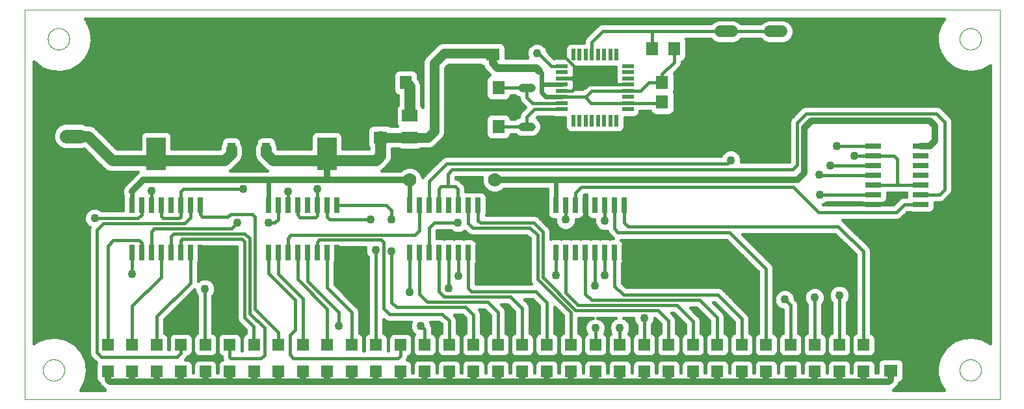
<source format=gtl>
G75*
%MOIN*%
%OFA0B0*%
%FSLAX25Y25*%
%IPPOS*%
%LPD*%
%AMOC8*
5,1,8,0,0,1.08239X$1,22.5*
%
%ADD10C,0.00000*%
%ADD11R,0.09843X0.16929*%
%ADD12R,0.07087X0.06299*%
%ADD13R,0.06299X0.07087*%
%ADD14R,0.21260X0.24409*%
%ADD15R,0.03937X0.06299*%
%ADD16R,0.08000X0.02600*%
%ADD17R,0.06299X0.07098*%
%ADD18C,0.04400*%
%ADD19R,0.07874X0.06299*%
%ADD20C,0.06000*%
%ADD21R,0.05906X0.02165*%
%ADD22R,0.02165X0.05906*%
%ADD23C,0.07050*%
%ADD24R,0.02600X0.08000*%
%ADD25R,0.05906X0.05906*%
%ADD26R,0.07098X0.06299*%
%ADD27C,0.01600*%
%ADD28C,0.04356*%
%ADD29C,0.01000*%
%ADD30C,0.05600*%
%ADD31C,0.02400*%
%ADD32C,0.04000*%
%ADD33C,0.05000*%
%ADD34C,0.03200*%
%ADD35C,0.07000*%
D10*
X0001000Y0001000D02*
X0001000Y0201000D01*
X0501000Y0201000D01*
X0501000Y0001000D01*
X0001000Y0001000D01*
X0010488Y0016000D02*
X0010490Y0016148D01*
X0010496Y0016296D01*
X0010506Y0016444D01*
X0010520Y0016591D01*
X0010538Y0016738D01*
X0010559Y0016884D01*
X0010585Y0017030D01*
X0010615Y0017175D01*
X0010648Y0017319D01*
X0010686Y0017462D01*
X0010727Y0017604D01*
X0010772Y0017745D01*
X0010820Y0017885D01*
X0010873Y0018024D01*
X0010929Y0018161D01*
X0010989Y0018296D01*
X0011052Y0018430D01*
X0011119Y0018562D01*
X0011190Y0018692D01*
X0011264Y0018820D01*
X0011341Y0018946D01*
X0011422Y0019070D01*
X0011506Y0019192D01*
X0011593Y0019311D01*
X0011684Y0019428D01*
X0011778Y0019543D01*
X0011874Y0019655D01*
X0011974Y0019765D01*
X0012076Y0019871D01*
X0012182Y0019975D01*
X0012290Y0020076D01*
X0012401Y0020174D01*
X0012514Y0020270D01*
X0012630Y0020362D01*
X0012748Y0020451D01*
X0012869Y0020536D01*
X0012992Y0020619D01*
X0013117Y0020698D01*
X0013244Y0020774D01*
X0013373Y0020846D01*
X0013504Y0020915D01*
X0013637Y0020980D01*
X0013772Y0021041D01*
X0013908Y0021099D01*
X0014045Y0021154D01*
X0014184Y0021204D01*
X0014325Y0021251D01*
X0014466Y0021294D01*
X0014609Y0021334D01*
X0014753Y0021369D01*
X0014897Y0021401D01*
X0015043Y0021428D01*
X0015189Y0021452D01*
X0015336Y0021472D01*
X0015483Y0021488D01*
X0015630Y0021500D01*
X0015778Y0021508D01*
X0015926Y0021512D01*
X0016074Y0021512D01*
X0016222Y0021508D01*
X0016370Y0021500D01*
X0016517Y0021488D01*
X0016664Y0021472D01*
X0016811Y0021452D01*
X0016957Y0021428D01*
X0017103Y0021401D01*
X0017247Y0021369D01*
X0017391Y0021334D01*
X0017534Y0021294D01*
X0017675Y0021251D01*
X0017816Y0021204D01*
X0017955Y0021154D01*
X0018092Y0021099D01*
X0018228Y0021041D01*
X0018363Y0020980D01*
X0018496Y0020915D01*
X0018627Y0020846D01*
X0018756Y0020774D01*
X0018883Y0020698D01*
X0019008Y0020619D01*
X0019131Y0020536D01*
X0019252Y0020451D01*
X0019370Y0020362D01*
X0019486Y0020270D01*
X0019599Y0020174D01*
X0019710Y0020076D01*
X0019818Y0019975D01*
X0019924Y0019871D01*
X0020026Y0019765D01*
X0020126Y0019655D01*
X0020222Y0019543D01*
X0020316Y0019428D01*
X0020407Y0019311D01*
X0020494Y0019192D01*
X0020578Y0019070D01*
X0020659Y0018946D01*
X0020736Y0018820D01*
X0020810Y0018692D01*
X0020881Y0018562D01*
X0020948Y0018430D01*
X0021011Y0018296D01*
X0021071Y0018161D01*
X0021127Y0018024D01*
X0021180Y0017885D01*
X0021228Y0017745D01*
X0021273Y0017604D01*
X0021314Y0017462D01*
X0021352Y0017319D01*
X0021385Y0017175D01*
X0021415Y0017030D01*
X0021441Y0016884D01*
X0021462Y0016738D01*
X0021480Y0016591D01*
X0021494Y0016444D01*
X0021504Y0016296D01*
X0021510Y0016148D01*
X0021512Y0016000D01*
X0021510Y0015852D01*
X0021504Y0015704D01*
X0021494Y0015556D01*
X0021480Y0015409D01*
X0021462Y0015262D01*
X0021441Y0015116D01*
X0021415Y0014970D01*
X0021385Y0014825D01*
X0021352Y0014681D01*
X0021314Y0014538D01*
X0021273Y0014396D01*
X0021228Y0014255D01*
X0021180Y0014115D01*
X0021127Y0013976D01*
X0021071Y0013839D01*
X0021011Y0013704D01*
X0020948Y0013570D01*
X0020881Y0013438D01*
X0020810Y0013308D01*
X0020736Y0013180D01*
X0020659Y0013054D01*
X0020578Y0012930D01*
X0020494Y0012808D01*
X0020407Y0012689D01*
X0020316Y0012572D01*
X0020222Y0012457D01*
X0020126Y0012345D01*
X0020026Y0012235D01*
X0019924Y0012129D01*
X0019818Y0012025D01*
X0019710Y0011924D01*
X0019599Y0011826D01*
X0019486Y0011730D01*
X0019370Y0011638D01*
X0019252Y0011549D01*
X0019131Y0011464D01*
X0019008Y0011381D01*
X0018883Y0011302D01*
X0018756Y0011226D01*
X0018627Y0011154D01*
X0018496Y0011085D01*
X0018363Y0011020D01*
X0018228Y0010959D01*
X0018092Y0010901D01*
X0017955Y0010846D01*
X0017816Y0010796D01*
X0017675Y0010749D01*
X0017534Y0010706D01*
X0017391Y0010666D01*
X0017247Y0010631D01*
X0017103Y0010599D01*
X0016957Y0010572D01*
X0016811Y0010548D01*
X0016664Y0010528D01*
X0016517Y0010512D01*
X0016370Y0010500D01*
X0016222Y0010492D01*
X0016074Y0010488D01*
X0015926Y0010488D01*
X0015778Y0010492D01*
X0015630Y0010500D01*
X0015483Y0010512D01*
X0015336Y0010528D01*
X0015189Y0010548D01*
X0015043Y0010572D01*
X0014897Y0010599D01*
X0014753Y0010631D01*
X0014609Y0010666D01*
X0014466Y0010706D01*
X0014325Y0010749D01*
X0014184Y0010796D01*
X0014045Y0010846D01*
X0013908Y0010901D01*
X0013772Y0010959D01*
X0013637Y0011020D01*
X0013504Y0011085D01*
X0013373Y0011154D01*
X0013244Y0011226D01*
X0013117Y0011302D01*
X0012992Y0011381D01*
X0012869Y0011464D01*
X0012748Y0011549D01*
X0012630Y0011638D01*
X0012514Y0011730D01*
X0012401Y0011826D01*
X0012290Y0011924D01*
X0012182Y0012025D01*
X0012076Y0012129D01*
X0011974Y0012235D01*
X0011874Y0012345D01*
X0011778Y0012457D01*
X0011684Y0012572D01*
X0011593Y0012689D01*
X0011506Y0012808D01*
X0011422Y0012930D01*
X0011341Y0013054D01*
X0011264Y0013180D01*
X0011190Y0013308D01*
X0011119Y0013438D01*
X0011052Y0013570D01*
X0010989Y0013704D01*
X0010929Y0013839D01*
X0010873Y0013976D01*
X0010820Y0014115D01*
X0010772Y0014255D01*
X0010727Y0014396D01*
X0010686Y0014538D01*
X0010648Y0014681D01*
X0010615Y0014825D01*
X0010585Y0014970D01*
X0010559Y0015116D01*
X0010538Y0015262D01*
X0010520Y0015409D01*
X0010506Y0015556D01*
X0010496Y0015704D01*
X0010490Y0015852D01*
X0010488Y0016000D01*
X0012988Y0186000D02*
X0012990Y0186148D01*
X0012996Y0186296D01*
X0013006Y0186444D01*
X0013020Y0186591D01*
X0013038Y0186738D01*
X0013059Y0186884D01*
X0013085Y0187030D01*
X0013115Y0187175D01*
X0013148Y0187319D01*
X0013186Y0187462D01*
X0013227Y0187604D01*
X0013272Y0187745D01*
X0013320Y0187885D01*
X0013373Y0188024D01*
X0013429Y0188161D01*
X0013489Y0188296D01*
X0013552Y0188430D01*
X0013619Y0188562D01*
X0013690Y0188692D01*
X0013764Y0188820D01*
X0013841Y0188946D01*
X0013922Y0189070D01*
X0014006Y0189192D01*
X0014093Y0189311D01*
X0014184Y0189428D01*
X0014278Y0189543D01*
X0014374Y0189655D01*
X0014474Y0189765D01*
X0014576Y0189871D01*
X0014682Y0189975D01*
X0014790Y0190076D01*
X0014901Y0190174D01*
X0015014Y0190270D01*
X0015130Y0190362D01*
X0015248Y0190451D01*
X0015369Y0190536D01*
X0015492Y0190619D01*
X0015617Y0190698D01*
X0015744Y0190774D01*
X0015873Y0190846D01*
X0016004Y0190915D01*
X0016137Y0190980D01*
X0016272Y0191041D01*
X0016408Y0191099D01*
X0016545Y0191154D01*
X0016684Y0191204D01*
X0016825Y0191251D01*
X0016966Y0191294D01*
X0017109Y0191334D01*
X0017253Y0191369D01*
X0017397Y0191401D01*
X0017543Y0191428D01*
X0017689Y0191452D01*
X0017836Y0191472D01*
X0017983Y0191488D01*
X0018130Y0191500D01*
X0018278Y0191508D01*
X0018426Y0191512D01*
X0018574Y0191512D01*
X0018722Y0191508D01*
X0018870Y0191500D01*
X0019017Y0191488D01*
X0019164Y0191472D01*
X0019311Y0191452D01*
X0019457Y0191428D01*
X0019603Y0191401D01*
X0019747Y0191369D01*
X0019891Y0191334D01*
X0020034Y0191294D01*
X0020175Y0191251D01*
X0020316Y0191204D01*
X0020455Y0191154D01*
X0020592Y0191099D01*
X0020728Y0191041D01*
X0020863Y0190980D01*
X0020996Y0190915D01*
X0021127Y0190846D01*
X0021256Y0190774D01*
X0021383Y0190698D01*
X0021508Y0190619D01*
X0021631Y0190536D01*
X0021752Y0190451D01*
X0021870Y0190362D01*
X0021986Y0190270D01*
X0022099Y0190174D01*
X0022210Y0190076D01*
X0022318Y0189975D01*
X0022424Y0189871D01*
X0022526Y0189765D01*
X0022626Y0189655D01*
X0022722Y0189543D01*
X0022816Y0189428D01*
X0022907Y0189311D01*
X0022994Y0189192D01*
X0023078Y0189070D01*
X0023159Y0188946D01*
X0023236Y0188820D01*
X0023310Y0188692D01*
X0023381Y0188562D01*
X0023448Y0188430D01*
X0023511Y0188296D01*
X0023571Y0188161D01*
X0023627Y0188024D01*
X0023680Y0187885D01*
X0023728Y0187745D01*
X0023773Y0187604D01*
X0023814Y0187462D01*
X0023852Y0187319D01*
X0023885Y0187175D01*
X0023915Y0187030D01*
X0023941Y0186884D01*
X0023962Y0186738D01*
X0023980Y0186591D01*
X0023994Y0186444D01*
X0024004Y0186296D01*
X0024010Y0186148D01*
X0024012Y0186000D01*
X0024010Y0185852D01*
X0024004Y0185704D01*
X0023994Y0185556D01*
X0023980Y0185409D01*
X0023962Y0185262D01*
X0023941Y0185116D01*
X0023915Y0184970D01*
X0023885Y0184825D01*
X0023852Y0184681D01*
X0023814Y0184538D01*
X0023773Y0184396D01*
X0023728Y0184255D01*
X0023680Y0184115D01*
X0023627Y0183976D01*
X0023571Y0183839D01*
X0023511Y0183704D01*
X0023448Y0183570D01*
X0023381Y0183438D01*
X0023310Y0183308D01*
X0023236Y0183180D01*
X0023159Y0183054D01*
X0023078Y0182930D01*
X0022994Y0182808D01*
X0022907Y0182689D01*
X0022816Y0182572D01*
X0022722Y0182457D01*
X0022626Y0182345D01*
X0022526Y0182235D01*
X0022424Y0182129D01*
X0022318Y0182025D01*
X0022210Y0181924D01*
X0022099Y0181826D01*
X0021986Y0181730D01*
X0021870Y0181638D01*
X0021752Y0181549D01*
X0021631Y0181464D01*
X0021508Y0181381D01*
X0021383Y0181302D01*
X0021256Y0181226D01*
X0021127Y0181154D01*
X0020996Y0181085D01*
X0020863Y0181020D01*
X0020728Y0180959D01*
X0020592Y0180901D01*
X0020455Y0180846D01*
X0020316Y0180796D01*
X0020175Y0180749D01*
X0020034Y0180706D01*
X0019891Y0180666D01*
X0019747Y0180631D01*
X0019603Y0180599D01*
X0019457Y0180572D01*
X0019311Y0180548D01*
X0019164Y0180528D01*
X0019017Y0180512D01*
X0018870Y0180500D01*
X0018722Y0180492D01*
X0018574Y0180488D01*
X0018426Y0180488D01*
X0018278Y0180492D01*
X0018130Y0180500D01*
X0017983Y0180512D01*
X0017836Y0180528D01*
X0017689Y0180548D01*
X0017543Y0180572D01*
X0017397Y0180599D01*
X0017253Y0180631D01*
X0017109Y0180666D01*
X0016966Y0180706D01*
X0016825Y0180749D01*
X0016684Y0180796D01*
X0016545Y0180846D01*
X0016408Y0180901D01*
X0016272Y0180959D01*
X0016137Y0181020D01*
X0016004Y0181085D01*
X0015873Y0181154D01*
X0015744Y0181226D01*
X0015617Y0181302D01*
X0015492Y0181381D01*
X0015369Y0181464D01*
X0015248Y0181549D01*
X0015130Y0181638D01*
X0015014Y0181730D01*
X0014901Y0181826D01*
X0014790Y0181924D01*
X0014682Y0182025D01*
X0014576Y0182129D01*
X0014474Y0182235D01*
X0014374Y0182345D01*
X0014278Y0182457D01*
X0014184Y0182572D01*
X0014093Y0182689D01*
X0014006Y0182808D01*
X0013922Y0182930D01*
X0013841Y0183054D01*
X0013764Y0183180D01*
X0013690Y0183308D01*
X0013619Y0183438D01*
X0013552Y0183570D01*
X0013489Y0183704D01*
X0013429Y0183839D01*
X0013373Y0183976D01*
X0013320Y0184115D01*
X0013272Y0184255D01*
X0013227Y0184396D01*
X0013186Y0184538D01*
X0013148Y0184681D01*
X0013115Y0184825D01*
X0013085Y0184970D01*
X0013059Y0185116D01*
X0013038Y0185262D01*
X0013020Y0185409D01*
X0013006Y0185556D01*
X0012996Y0185704D01*
X0012990Y0185852D01*
X0012988Y0186000D01*
X0480488Y0186000D02*
X0480490Y0186148D01*
X0480496Y0186296D01*
X0480506Y0186444D01*
X0480520Y0186591D01*
X0480538Y0186738D01*
X0480559Y0186884D01*
X0480585Y0187030D01*
X0480615Y0187175D01*
X0480648Y0187319D01*
X0480686Y0187462D01*
X0480727Y0187604D01*
X0480772Y0187745D01*
X0480820Y0187885D01*
X0480873Y0188024D01*
X0480929Y0188161D01*
X0480989Y0188296D01*
X0481052Y0188430D01*
X0481119Y0188562D01*
X0481190Y0188692D01*
X0481264Y0188820D01*
X0481341Y0188946D01*
X0481422Y0189070D01*
X0481506Y0189192D01*
X0481593Y0189311D01*
X0481684Y0189428D01*
X0481778Y0189543D01*
X0481874Y0189655D01*
X0481974Y0189765D01*
X0482076Y0189871D01*
X0482182Y0189975D01*
X0482290Y0190076D01*
X0482401Y0190174D01*
X0482514Y0190270D01*
X0482630Y0190362D01*
X0482748Y0190451D01*
X0482869Y0190536D01*
X0482992Y0190619D01*
X0483117Y0190698D01*
X0483244Y0190774D01*
X0483373Y0190846D01*
X0483504Y0190915D01*
X0483637Y0190980D01*
X0483772Y0191041D01*
X0483908Y0191099D01*
X0484045Y0191154D01*
X0484184Y0191204D01*
X0484325Y0191251D01*
X0484466Y0191294D01*
X0484609Y0191334D01*
X0484753Y0191369D01*
X0484897Y0191401D01*
X0485043Y0191428D01*
X0485189Y0191452D01*
X0485336Y0191472D01*
X0485483Y0191488D01*
X0485630Y0191500D01*
X0485778Y0191508D01*
X0485926Y0191512D01*
X0486074Y0191512D01*
X0486222Y0191508D01*
X0486370Y0191500D01*
X0486517Y0191488D01*
X0486664Y0191472D01*
X0486811Y0191452D01*
X0486957Y0191428D01*
X0487103Y0191401D01*
X0487247Y0191369D01*
X0487391Y0191334D01*
X0487534Y0191294D01*
X0487675Y0191251D01*
X0487816Y0191204D01*
X0487955Y0191154D01*
X0488092Y0191099D01*
X0488228Y0191041D01*
X0488363Y0190980D01*
X0488496Y0190915D01*
X0488627Y0190846D01*
X0488756Y0190774D01*
X0488883Y0190698D01*
X0489008Y0190619D01*
X0489131Y0190536D01*
X0489252Y0190451D01*
X0489370Y0190362D01*
X0489486Y0190270D01*
X0489599Y0190174D01*
X0489710Y0190076D01*
X0489818Y0189975D01*
X0489924Y0189871D01*
X0490026Y0189765D01*
X0490126Y0189655D01*
X0490222Y0189543D01*
X0490316Y0189428D01*
X0490407Y0189311D01*
X0490494Y0189192D01*
X0490578Y0189070D01*
X0490659Y0188946D01*
X0490736Y0188820D01*
X0490810Y0188692D01*
X0490881Y0188562D01*
X0490948Y0188430D01*
X0491011Y0188296D01*
X0491071Y0188161D01*
X0491127Y0188024D01*
X0491180Y0187885D01*
X0491228Y0187745D01*
X0491273Y0187604D01*
X0491314Y0187462D01*
X0491352Y0187319D01*
X0491385Y0187175D01*
X0491415Y0187030D01*
X0491441Y0186884D01*
X0491462Y0186738D01*
X0491480Y0186591D01*
X0491494Y0186444D01*
X0491504Y0186296D01*
X0491510Y0186148D01*
X0491512Y0186000D01*
X0491510Y0185852D01*
X0491504Y0185704D01*
X0491494Y0185556D01*
X0491480Y0185409D01*
X0491462Y0185262D01*
X0491441Y0185116D01*
X0491415Y0184970D01*
X0491385Y0184825D01*
X0491352Y0184681D01*
X0491314Y0184538D01*
X0491273Y0184396D01*
X0491228Y0184255D01*
X0491180Y0184115D01*
X0491127Y0183976D01*
X0491071Y0183839D01*
X0491011Y0183704D01*
X0490948Y0183570D01*
X0490881Y0183438D01*
X0490810Y0183308D01*
X0490736Y0183180D01*
X0490659Y0183054D01*
X0490578Y0182930D01*
X0490494Y0182808D01*
X0490407Y0182689D01*
X0490316Y0182572D01*
X0490222Y0182457D01*
X0490126Y0182345D01*
X0490026Y0182235D01*
X0489924Y0182129D01*
X0489818Y0182025D01*
X0489710Y0181924D01*
X0489599Y0181826D01*
X0489486Y0181730D01*
X0489370Y0181638D01*
X0489252Y0181549D01*
X0489131Y0181464D01*
X0489008Y0181381D01*
X0488883Y0181302D01*
X0488756Y0181226D01*
X0488627Y0181154D01*
X0488496Y0181085D01*
X0488363Y0181020D01*
X0488228Y0180959D01*
X0488092Y0180901D01*
X0487955Y0180846D01*
X0487816Y0180796D01*
X0487675Y0180749D01*
X0487534Y0180706D01*
X0487391Y0180666D01*
X0487247Y0180631D01*
X0487103Y0180599D01*
X0486957Y0180572D01*
X0486811Y0180548D01*
X0486664Y0180528D01*
X0486517Y0180512D01*
X0486370Y0180500D01*
X0486222Y0180492D01*
X0486074Y0180488D01*
X0485926Y0180488D01*
X0485778Y0180492D01*
X0485630Y0180500D01*
X0485483Y0180512D01*
X0485336Y0180528D01*
X0485189Y0180548D01*
X0485043Y0180572D01*
X0484897Y0180599D01*
X0484753Y0180631D01*
X0484609Y0180666D01*
X0484466Y0180706D01*
X0484325Y0180749D01*
X0484184Y0180796D01*
X0484045Y0180846D01*
X0483908Y0180901D01*
X0483772Y0180959D01*
X0483637Y0181020D01*
X0483504Y0181085D01*
X0483373Y0181154D01*
X0483244Y0181226D01*
X0483117Y0181302D01*
X0482992Y0181381D01*
X0482869Y0181464D01*
X0482748Y0181549D01*
X0482630Y0181638D01*
X0482514Y0181730D01*
X0482401Y0181826D01*
X0482290Y0181924D01*
X0482182Y0182025D01*
X0482076Y0182129D01*
X0481974Y0182235D01*
X0481874Y0182345D01*
X0481778Y0182457D01*
X0481684Y0182572D01*
X0481593Y0182689D01*
X0481506Y0182808D01*
X0481422Y0182930D01*
X0481341Y0183054D01*
X0481264Y0183180D01*
X0481190Y0183308D01*
X0481119Y0183438D01*
X0481052Y0183570D01*
X0480989Y0183704D01*
X0480929Y0183839D01*
X0480873Y0183976D01*
X0480820Y0184115D01*
X0480772Y0184255D01*
X0480727Y0184396D01*
X0480686Y0184538D01*
X0480648Y0184681D01*
X0480615Y0184825D01*
X0480585Y0184970D01*
X0480559Y0185116D01*
X0480538Y0185262D01*
X0480520Y0185409D01*
X0480506Y0185556D01*
X0480496Y0185704D01*
X0480490Y0185852D01*
X0480488Y0186000D01*
X0480488Y0016000D02*
X0480490Y0016148D01*
X0480496Y0016296D01*
X0480506Y0016444D01*
X0480520Y0016591D01*
X0480538Y0016738D01*
X0480559Y0016884D01*
X0480585Y0017030D01*
X0480615Y0017175D01*
X0480648Y0017319D01*
X0480686Y0017462D01*
X0480727Y0017604D01*
X0480772Y0017745D01*
X0480820Y0017885D01*
X0480873Y0018024D01*
X0480929Y0018161D01*
X0480989Y0018296D01*
X0481052Y0018430D01*
X0481119Y0018562D01*
X0481190Y0018692D01*
X0481264Y0018820D01*
X0481341Y0018946D01*
X0481422Y0019070D01*
X0481506Y0019192D01*
X0481593Y0019311D01*
X0481684Y0019428D01*
X0481778Y0019543D01*
X0481874Y0019655D01*
X0481974Y0019765D01*
X0482076Y0019871D01*
X0482182Y0019975D01*
X0482290Y0020076D01*
X0482401Y0020174D01*
X0482514Y0020270D01*
X0482630Y0020362D01*
X0482748Y0020451D01*
X0482869Y0020536D01*
X0482992Y0020619D01*
X0483117Y0020698D01*
X0483244Y0020774D01*
X0483373Y0020846D01*
X0483504Y0020915D01*
X0483637Y0020980D01*
X0483772Y0021041D01*
X0483908Y0021099D01*
X0484045Y0021154D01*
X0484184Y0021204D01*
X0484325Y0021251D01*
X0484466Y0021294D01*
X0484609Y0021334D01*
X0484753Y0021369D01*
X0484897Y0021401D01*
X0485043Y0021428D01*
X0485189Y0021452D01*
X0485336Y0021472D01*
X0485483Y0021488D01*
X0485630Y0021500D01*
X0485778Y0021508D01*
X0485926Y0021512D01*
X0486074Y0021512D01*
X0486222Y0021508D01*
X0486370Y0021500D01*
X0486517Y0021488D01*
X0486664Y0021472D01*
X0486811Y0021452D01*
X0486957Y0021428D01*
X0487103Y0021401D01*
X0487247Y0021369D01*
X0487391Y0021334D01*
X0487534Y0021294D01*
X0487675Y0021251D01*
X0487816Y0021204D01*
X0487955Y0021154D01*
X0488092Y0021099D01*
X0488228Y0021041D01*
X0488363Y0020980D01*
X0488496Y0020915D01*
X0488627Y0020846D01*
X0488756Y0020774D01*
X0488883Y0020698D01*
X0489008Y0020619D01*
X0489131Y0020536D01*
X0489252Y0020451D01*
X0489370Y0020362D01*
X0489486Y0020270D01*
X0489599Y0020174D01*
X0489710Y0020076D01*
X0489818Y0019975D01*
X0489924Y0019871D01*
X0490026Y0019765D01*
X0490126Y0019655D01*
X0490222Y0019543D01*
X0490316Y0019428D01*
X0490407Y0019311D01*
X0490494Y0019192D01*
X0490578Y0019070D01*
X0490659Y0018946D01*
X0490736Y0018820D01*
X0490810Y0018692D01*
X0490881Y0018562D01*
X0490948Y0018430D01*
X0491011Y0018296D01*
X0491071Y0018161D01*
X0491127Y0018024D01*
X0491180Y0017885D01*
X0491228Y0017745D01*
X0491273Y0017604D01*
X0491314Y0017462D01*
X0491352Y0017319D01*
X0491385Y0017175D01*
X0491415Y0017030D01*
X0491441Y0016884D01*
X0491462Y0016738D01*
X0491480Y0016591D01*
X0491494Y0016444D01*
X0491504Y0016296D01*
X0491510Y0016148D01*
X0491512Y0016000D01*
X0491510Y0015852D01*
X0491504Y0015704D01*
X0491494Y0015556D01*
X0491480Y0015409D01*
X0491462Y0015262D01*
X0491441Y0015116D01*
X0491415Y0014970D01*
X0491385Y0014825D01*
X0491352Y0014681D01*
X0491314Y0014538D01*
X0491273Y0014396D01*
X0491228Y0014255D01*
X0491180Y0014115D01*
X0491127Y0013976D01*
X0491071Y0013839D01*
X0491011Y0013704D01*
X0490948Y0013570D01*
X0490881Y0013438D01*
X0490810Y0013308D01*
X0490736Y0013180D01*
X0490659Y0013054D01*
X0490578Y0012930D01*
X0490494Y0012808D01*
X0490407Y0012689D01*
X0490316Y0012572D01*
X0490222Y0012457D01*
X0490126Y0012345D01*
X0490026Y0012235D01*
X0489924Y0012129D01*
X0489818Y0012025D01*
X0489710Y0011924D01*
X0489599Y0011826D01*
X0489486Y0011730D01*
X0489370Y0011638D01*
X0489252Y0011549D01*
X0489131Y0011464D01*
X0489008Y0011381D01*
X0488883Y0011302D01*
X0488756Y0011226D01*
X0488627Y0011154D01*
X0488496Y0011085D01*
X0488363Y0011020D01*
X0488228Y0010959D01*
X0488092Y0010901D01*
X0487955Y0010846D01*
X0487816Y0010796D01*
X0487675Y0010749D01*
X0487534Y0010706D01*
X0487391Y0010666D01*
X0487247Y0010631D01*
X0487103Y0010599D01*
X0486957Y0010572D01*
X0486811Y0010548D01*
X0486664Y0010528D01*
X0486517Y0010512D01*
X0486370Y0010500D01*
X0486222Y0010492D01*
X0486074Y0010488D01*
X0485926Y0010488D01*
X0485778Y0010492D01*
X0485630Y0010500D01*
X0485483Y0010512D01*
X0485336Y0010528D01*
X0485189Y0010548D01*
X0485043Y0010572D01*
X0484897Y0010599D01*
X0484753Y0010631D01*
X0484609Y0010666D01*
X0484466Y0010706D01*
X0484325Y0010749D01*
X0484184Y0010796D01*
X0484045Y0010846D01*
X0483908Y0010901D01*
X0483772Y0010959D01*
X0483637Y0011020D01*
X0483504Y0011085D01*
X0483373Y0011154D01*
X0483244Y0011226D01*
X0483117Y0011302D01*
X0482992Y0011381D01*
X0482869Y0011464D01*
X0482748Y0011549D01*
X0482630Y0011638D01*
X0482514Y0011730D01*
X0482401Y0011826D01*
X0482290Y0011924D01*
X0482182Y0012025D01*
X0482076Y0012129D01*
X0481974Y0012235D01*
X0481874Y0012345D01*
X0481778Y0012457D01*
X0481684Y0012572D01*
X0481593Y0012689D01*
X0481506Y0012808D01*
X0481422Y0012930D01*
X0481341Y0013054D01*
X0481264Y0013180D01*
X0481190Y0013308D01*
X0481119Y0013438D01*
X0481052Y0013570D01*
X0480989Y0013704D01*
X0480929Y0013839D01*
X0480873Y0013976D01*
X0480820Y0014115D01*
X0480772Y0014255D01*
X0480727Y0014396D01*
X0480686Y0014538D01*
X0480648Y0014681D01*
X0480615Y0014825D01*
X0480585Y0014970D01*
X0480559Y0015116D01*
X0480538Y0015262D01*
X0480520Y0015409D01*
X0480506Y0015556D01*
X0480496Y0015704D01*
X0480490Y0015852D01*
X0480488Y0016000D01*
D11*
X0156000Y0127161D03*
X0156000Y0159839D03*
X0068500Y0159839D03*
X0068500Y0127161D03*
D12*
X0183500Y0135488D03*
X0183500Y0146512D03*
X0241000Y0177988D03*
X0241000Y0189012D03*
D13*
X0244012Y0161000D03*
X0232988Y0161000D03*
X0232988Y0141000D03*
X0244012Y0141000D03*
X0327988Y0153500D03*
X0339012Y0153500D03*
X0339012Y0163500D03*
X0327988Y0163500D03*
D14*
X0116000Y0158343D03*
D15*
X0107024Y0129602D03*
X0124976Y0129602D03*
D16*
X0436300Y0131100D03*
X0436300Y0126100D03*
X0436300Y0121100D03*
X0436300Y0116100D03*
X0436300Y0111100D03*
X0436300Y0106100D03*
X0436300Y0101100D03*
X0460500Y0101100D03*
X0460500Y0106100D03*
X0460500Y0111100D03*
X0460500Y0116100D03*
X0460500Y0121100D03*
X0460500Y0126100D03*
X0460500Y0131100D03*
D17*
X0334098Y0181000D03*
X0322902Y0181000D03*
X0196598Y0163500D03*
X0185402Y0163500D03*
D18*
X0256300Y0161000D02*
X0260700Y0161000D01*
X0260700Y0141000D02*
X0256300Y0141000D01*
D19*
X0198500Y0135488D03*
X0198500Y0146512D03*
D20*
X0357700Y0172100D02*
X0363700Y0172100D01*
X0383300Y0172100D02*
X0389300Y0172100D01*
X0389300Y0189900D02*
X0383300Y0189900D01*
X0363700Y0189900D02*
X0357700Y0189900D01*
D21*
X0310429Y0172024D03*
X0310429Y0168874D03*
X0310429Y0165724D03*
X0310429Y0162575D03*
X0310429Y0159425D03*
X0310429Y0156276D03*
X0310429Y0153126D03*
X0310429Y0149976D03*
X0276571Y0149976D03*
X0276571Y0153126D03*
X0276571Y0156276D03*
X0276571Y0159425D03*
X0276571Y0162575D03*
X0276571Y0165724D03*
X0276571Y0168874D03*
X0276571Y0172024D03*
D22*
X0282476Y0177929D03*
X0285626Y0177929D03*
X0288776Y0177929D03*
X0291925Y0177929D03*
X0295075Y0177929D03*
X0298224Y0177929D03*
X0301374Y0177929D03*
X0304524Y0177929D03*
X0304524Y0144071D03*
X0301374Y0144071D03*
X0298224Y0144071D03*
X0295075Y0144071D03*
X0291925Y0144071D03*
X0288776Y0144071D03*
X0285626Y0144071D03*
X0282476Y0144071D03*
D23*
X0029525Y0136157D02*
X0022475Y0136157D01*
X0022475Y0155843D02*
X0029525Y0155843D01*
D24*
X0056000Y0100600D03*
X0061000Y0100600D03*
X0066000Y0100600D03*
X0071000Y0100600D03*
X0076000Y0100600D03*
X0081000Y0100600D03*
X0086000Y0100600D03*
X0091000Y0100600D03*
X0126000Y0100600D03*
X0131000Y0100600D03*
X0136000Y0100600D03*
X0141000Y0100600D03*
X0146000Y0100600D03*
X0151000Y0100600D03*
X0156000Y0100600D03*
X0161000Y0100600D03*
X0198500Y0100600D03*
X0203500Y0100600D03*
X0208500Y0100600D03*
X0213500Y0100600D03*
X0218500Y0100600D03*
X0223500Y0100600D03*
X0228500Y0100600D03*
X0233500Y0100600D03*
X0273500Y0100600D03*
X0278500Y0100600D03*
X0283500Y0100600D03*
X0288500Y0100600D03*
X0293500Y0100600D03*
X0298500Y0100600D03*
X0303500Y0100600D03*
X0308500Y0100600D03*
X0308500Y0076400D03*
X0303500Y0076400D03*
X0298500Y0076400D03*
X0293500Y0076400D03*
X0288500Y0076400D03*
X0283500Y0076400D03*
X0278500Y0076400D03*
X0273500Y0076400D03*
X0233500Y0076400D03*
X0228500Y0076400D03*
X0223500Y0076400D03*
X0218500Y0076400D03*
X0213500Y0076400D03*
X0208500Y0076400D03*
X0203500Y0076400D03*
X0198500Y0076400D03*
X0161000Y0076400D03*
X0156000Y0076400D03*
X0151000Y0076400D03*
X0146000Y0076400D03*
X0141000Y0076400D03*
X0136000Y0076400D03*
X0131000Y0076400D03*
X0126000Y0076400D03*
X0091000Y0076400D03*
X0086000Y0076400D03*
X0081000Y0076400D03*
X0076000Y0076400D03*
X0071000Y0076400D03*
X0066000Y0076400D03*
X0061000Y0076400D03*
X0056000Y0076400D03*
D25*
X0056200Y0028990D03*
X0068700Y0028990D03*
X0081200Y0028990D03*
X0093700Y0028990D03*
X0106200Y0028990D03*
X0118700Y0028990D03*
X0131200Y0028990D03*
X0143700Y0028990D03*
X0156200Y0028990D03*
X0168700Y0028990D03*
X0181200Y0028990D03*
X0193700Y0028990D03*
X0206200Y0028990D03*
X0218700Y0028990D03*
X0231200Y0028990D03*
X0243700Y0028990D03*
X0256200Y0028990D03*
X0268700Y0028990D03*
X0281200Y0028990D03*
X0293700Y0028990D03*
X0306200Y0028990D03*
X0318700Y0028990D03*
X0331200Y0028990D03*
X0343700Y0028990D03*
X0356200Y0028990D03*
X0368700Y0028990D03*
X0381200Y0028990D03*
X0393700Y0028990D03*
X0406200Y0028990D03*
X0418700Y0028990D03*
X0431200Y0028990D03*
X0431200Y0015210D03*
X0418700Y0015210D03*
X0406200Y0015210D03*
X0393700Y0015210D03*
X0381200Y0015210D03*
X0368700Y0015210D03*
X0356200Y0015210D03*
X0343700Y0015210D03*
X0331200Y0015210D03*
X0318700Y0015210D03*
X0306200Y0015210D03*
X0293700Y0015210D03*
X0281200Y0015210D03*
X0268700Y0015210D03*
X0256200Y0015210D03*
X0243700Y0015210D03*
X0231200Y0015210D03*
X0218700Y0015210D03*
X0206200Y0015210D03*
X0193700Y0015210D03*
X0181200Y0015210D03*
X0168700Y0015210D03*
X0156200Y0015210D03*
X0143700Y0015210D03*
X0131200Y0015210D03*
X0118700Y0015210D03*
X0106200Y0015210D03*
X0093700Y0015210D03*
X0081200Y0015210D03*
X0068700Y0015210D03*
X0056200Y0015210D03*
X0043700Y0015210D03*
X0043700Y0028990D03*
D26*
X0445200Y0026898D03*
X0445200Y0015702D03*
D27*
X0438451Y0015387D02*
X0437353Y0015387D01*
X0437353Y0014700D02*
X0437353Y0018800D01*
X0436866Y0019976D01*
X0435965Y0020876D01*
X0434789Y0021363D01*
X0427611Y0021363D01*
X0426435Y0020876D01*
X0425534Y0019976D01*
X0425047Y0018800D01*
X0425047Y0014700D01*
X0424853Y0014700D01*
X0424853Y0018800D01*
X0424366Y0019976D01*
X0423465Y0020876D01*
X0422289Y0021363D01*
X0415111Y0021363D01*
X0413935Y0020876D01*
X0413034Y0019976D01*
X0412547Y0018800D01*
X0412547Y0014700D01*
X0412353Y0014700D01*
X0412353Y0018800D01*
X0411866Y0019976D01*
X0410965Y0020876D01*
X0409789Y0021363D01*
X0402611Y0021363D01*
X0401435Y0020876D01*
X0400534Y0019976D01*
X0400047Y0018800D01*
X0400047Y0014700D01*
X0399853Y0014700D01*
X0399853Y0018800D01*
X0399366Y0019976D01*
X0398465Y0020876D01*
X0397289Y0021363D01*
X0390111Y0021363D01*
X0388935Y0020876D01*
X0388034Y0019976D01*
X0387547Y0018800D01*
X0387547Y0014700D01*
X0387353Y0014700D01*
X0387353Y0018800D01*
X0386866Y0019976D01*
X0385965Y0020876D01*
X0384789Y0021363D01*
X0377611Y0021363D01*
X0376435Y0020876D01*
X0375534Y0019976D01*
X0375047Y0018800D01*
X0375047Y0014700D01*
X0374853Y0014700D01*
X0374853Y0018800D01*
X0374366Y0019976D01*
X0373465Y0020876D01*
X0372289Y0021363D01*
X0365111Y0021363D01*
X0363935Y0020876D01*
X0363034Y0019976D01*
X0362547Y0018800D01*
X0362547Y0014700D01*
X0362353Y0014700D01*
X0362353Y0018800D01*
X0361866Y0019976D01*
X0360965Y0020876D01*
X0359789Y0021363D01*
X0352611Y0021363D01*
X0351435Y0020876D01*
X0350534Y0019976D01*
X0350047Y0018800D01*
X0350047Y0014700D01*
X0349853Y0014700D01*
X0349853Y0018800D01*
X0349366Y0019976D01*
X0348465Y0020876D01*
X0347289Y0021363D01*
X0340111Y0021363D01*
X0338935Y0020876D01*
X0338034Y0019976D01*
X0337547Y0018800D01*
X0337547Y0014700D01*
X0337353Y0014700D01*
X0337353Y0018800D01*
X0336866Y0019976D01*
X0335965Y0020876D01*
X0334789Y0021363D01*
X0327611Y0021363D01*
X0326435Y0020876D01*
X0325534Y0019976D01*
X0325047Y0018800D01*
X0325047Y0014700D01*
X0324853Y0014700D01*
X0324853Y0018800D01*
X0324366Y0019976D01*
X0323465Y0020876D01*
X0322289Y0021363D01*
X0315111Y0021363D01*
X0313935Y0020876D01*
X0313034Y0019976D01*
X0312547Y0018800D01*
X0312547Y0014700D01*
X0312353Y0014700D01*
X0312353Y0018800D01*
X0311866Y0019976D01*
X0310965Y0020876D01*
X0309789Y0021363D01*
X0302611Y0021363D01*
X0301435Y0020876D01*
X0300534Y0019976D01*
X0300047Y0018800D01*
X0300047Y0014700D01*
X0299853Y0014700D01*
X0299853Y0018800D01*
X0299366Y0019976D01*
X0298465Y0020876D01*
X0297289Y0021363D01*
X0290111Y0021363D01*
X0288935Y0020876D01*
X0288034Y0019976D01*
X0287547Y0018800D01*
X0287547Y0014700D01*
X0287353Y0014700D01*
X0287353Y0018800D01*
X0286866Y0019976D01*
X0285965Y0020876D01*
X0284789Y0021363D01*
X0277611Y0021363D01*
X0276435Y0020876D01*
X0275534Y0019976D01*
X0275047Y0018800D01*
X0275047Y0014700D01*
X0274853Y0014700D01*
X0274853Y0018800D01*
X0274366Y0019976D01*
X0273465Y0020876D01*
X0272289Y0021363D01*
X0265111Y0021363D01*
X0263935Y0020876D01*
X0263034Y0019976D01*
X0262547Y0018800D01*
X0262547Y0014700D01*
X0262353Y0014700D01*
X0262353Y0018800D01*
X0261866Y0019976D01*
X0260965Y0020876D01*
X0259789Y0021363D01*
X0252611Y0021363D01*
X0251435Y0020876D01*
X0250534Y0019976D01*
X0250047Y0018800D01*
X0250047Y0014700D01*
X0249853Y0014700D01*
X0249853Y0018800D01*
X0249366Y0019976D01*
X0248465Y0020876D01*
X0247289Y0021363D01*
X0240111Y0021363D01*
X0238935Y0020876D01*
X0238034Y0019976D01*
X0237547Y0018800D01*
X0237547Y0014700D01*
X0237353Y0014700D01*
X0237353Y0018800D01*
X0236866Y0019976D01*
X0235965Y0020876D01*
X0234789Y0021363D01*
X0227611Y0021363D01*
X0226435Y0020876D01*
X0225534Y0019976D01*
X0225047Y0018800D01*
X0225047Y0014700D01*
X0224853Y0014700D01*
X0224853Y0018800D01*
X0224366Y0019976D01*
X0223465Y0020876D01*
X0222289Y0021363D01*
X0215111Y0021363D01*
X0213935Y0020876D01*
X0213034Y0019976D01*
X0212547Y0018800D01*
X0212547Y0014700D01*
X0212353Y0014700D01*
X0212353Y0018800D01*
X0211866Y0019976D01*
X0210965Y0020876D01*
X0209789Y0021363D01*
X0202611Y0021363D01*
X0201435Y0020876D01*
X0200534Y0019976D01*
X0200047Y0018800D01*
X0200047Y0014700D01*
X0199853Y0014700D01*
X0199853Y0018800D01*
X0199366Y0019976D01*
X0198465Y0020876D01*
X0197289Y0021363D01*
X0197227Y0021363D01*
X0197700Y0022504D01*
X0197700Y0023007D01*
X0198465Y0023324D01*
X0199366Y0024224D01*
X0199853Y0025400D01*
X0199853Y0032579D01*
X0199366Y0033755D01*
X0198465Y0034655D01*
X0197289Y0035143D01*
X0190111Y0035143D01*
X0188935Y0034655D01*
X0188034Y0033755D01*
X0187547Y0032579D01*
X0187547Y0026100D01*
X0187353Y0026100D01*
X0187353Y0032579D01*
X0186866Y0033755D01*
X0185965Y0034655D01*
X0185200Y0034972D01*
X0185200Y0042043D01*
X0185934Y0041309D01*
X0187404Y0040700D01*
X0199107Y0040700D01*
X0198722Y0039770D01*
X0198722Y0037630D01*
X0199541Y0035654D01*
X0200987Y0034208D01*
X0200534Y0033755D01*
X0200047Y0032579D01*
X0200047Y0025400D01*
X0200534Y0024224D01*
X0201435Y0023324D01*
X0202611Y0022837D01*
X0209789Y0022837D01*
X0210965Y0023324D01*
X0211866Y0024224D01*
X0212353Y0025400D01*
X0212353Y0032579D01*
X0211866Y0033755D01*
X0210965Y0034655D01*
X0210200Y0034972D01*
X0210200Y0037896D01*
X0209591Y0039366D01*
X0209478Y0039479D01*
X0209478Y0039770D01*
X0209093Y0040700D01*
X0213543Y0040700D01*
X0214700Y0039543D01*
X0214700Y0034972D01*
X0213935Y0034655D01*
X0213034Y0033755D01*
X0212547Y0032579D01*
X0212547Y0025400D01*
X0213034Y0024224D01*
X0213935Y0023324D01*
X0215111Y0022837D01*
X0222289Y0022837D01*
X0223465Y0023324D01*
X0224366Y0024224D01*
X0224853Y0025400D01*
X0224853Y0032579D01*
X0224366Y0033755D01*
X0223465Y0034655D01*
X0222700Y0034972D01*
X0222700Y0041996D01*
X0222091Y0043466D01*
X0221357Y0044200D01*
X0225643Y0044200D01*
X0227200Y0042643D01*
X0227200Y0034972D01*
X0226435Y0034655D01*
X0225534Y0033755D01*
X0225047Y0032579D01*
X0225047Y0025400D01*
X0225534Y0024224D01*
X0226435Y0023324D01*
X0227611Y0022837D01*
X0234789Y0022837D01*
X0235965Y0023324D01*
X0236866Y0024224D01*
X0237353Y0025400D01*
X0237353Y0032579D01*
X0236866Y0033755D01*
X0235965Y0034655D01*
X0235200Y0034972D01*
X0235200Y0045096D01*
X0234591Y0046566D01*
X0234257Y0046900D01*
X0236943Y0046900D01*
X0239700Y0044143D01*
X0239700Y0034972D01*
X0238935Y0034655D01*
X0238034Y0033755D01*
X0237547Y0032579D01*
X0237547Y0025400D01*
X0238034Y0024224D01*
X0238935Y0023324D01*
X0240111Y0022837D01*
X0247289Y0022837D01*
X0248465Y0023324D01*
X0249366Y0024224D01*
X0249853Y0025400D01*
X0249853Y0032579D01*
X0249366Y0033755D01*
X0248465Y0034655D01*
X0247700Y0034972D01*
X0247700Y0046596D01*
X0247091Y0048066D01*
X0245457Y0049700D01*
X0248643Y0049700D01*
X0252200Y0046143D01*
X0252200Y0034972D01*
X0251435Y0034655D01*
X0250534Y0033755D01*
X0250047Y0032579D01*
X0250047Y0025400D01*
X0250534Y0024224D01*
X0251435Y0023324D01*
X0252611Y0022837D01*
X0259789Y0022837D01*
X0260965Y0023324D01*
X0261866Y0024224D01*
X0262353Y0025400D01*
X0262353Y0032579D01*
X0261866Y0033755D01*
X0260965Y0034655D01*
X0260200Y0034972D01*
X0260200Y0048596D01*
X0259591Y0050066D01*
X0258466Y0051191D01*
X0257357Y0052300D01*
X0261343Y0052300D01*
X0264700Y0048943D01*
X0264700Y0034972D01*
X0263935Y0034655D01*
X0263034Y0033755D01*
X0262547Y0032579D01*
X0262547Y0025400D01*
X0263034Y0024224D01*
X0263935Y0023324D01*
X0265111Y0022837D01*
X0272289Y0022837D01*
X0273465Y0023324D01*
X0274366Y0024224D01*
X0274853Y0025400D01*
X0274853Y0032579D01*
X0274366Y0033755D01*
X0273465Y0034655D01*
X0272700Y0034972D01*
X0272700Y0048343D01*
X0277200Y0043843D01*
X0277200Y0034972D01*
X0276435Y0034655D01*
X0275534Y0033755D01*
X0275047Y0032579D01*
X0275047Y0025400D01*
X0275534Y0024224D01*
X0276435Y0023324D01*
X0277611Y0022837D01*
X0284789Y0022837D01*
X0285965Y0023324D01*
X0286866Y0024224D01*
X0287353Y0025400D01*
X0287353Y0032579D01*
X0286866Y0033755D01*
X0285965Y0034655D01*
X0285200Y0034972D01*
X0285200Y0042800D01*
X0292442Y0042800D01*
X0290654Y0042059D01*
X0289141Y0040546D01*
X0288322Y0038570D01*
X0288322Y0036430D01*
X0289039Y0034699D01*
X0288935Y0034655D01*
X0288034Y0033755D01*
X0287547Y0032579D01*
X0287547Y0025400D01*
X0288034Y0024224D01*
X0288935Y0023324D01*
X0290111Y0022837D01*
X0297289Y0022837D01*
X0298465Y0023324D01*
X0299366Y0024224D01*
X0299853Y0025400D01*
X0299853Y0032579D01*
X0299366Y0033755D01*
X0298465Y0034655D01*
X0298361Y0034699D01*
X0299078Y0036430D01*
X0299078Y0038570D01*
X0298259Y0040546D01*
X0296746Y0042059D01*
X0294958Y0042800D01*
X0304218Y0042800D01*
X0303154Y0042359D01*
X0301641Y0040846D01*
X0300822Y0038870D01*
X0300822Y0036730D01*
X0301641Y0034754D01*
X0301650Y0034745D01*
X0301435Y0034655D01*
X0300534Y0033755D01*
X0300047Y0032579D01*
X0300047Y0025400D01*
X0300534Y0024224D01*
X0301435Y0023324D01*
X0302611Y0022837D01*
X0309789Y0022837D01*
X0310965Y0023324D01*
X0311866Y0024224D01*
X0312353Y0025400D01*
X0312353Y0032579D01*
X0311866Y0033755D01*
X0310965Y0034655D01*
X0310750Y0034745D01*
X0310759Y0034754D01*
X0311578Y0036730D01*
X0311578Y0038870D01*
X0310759Y0040846D01*
X0309246Y0042359D01*
X0308182Y0042800D01*
X0313322Y0042800D01*
X0313322Y0041630D01*
X0314141Y0039654D01*
X0314700Y0039094D01*
X0314700Y0034972D01*
X0313935Y0034655D01*
X0313034Y0033755D01*
X0312547Y0032579D01*
X0312547Y0025400D01*
X0313034Y0024224D01*
X0313935Y0023324D01*
X0315111Y0022837D01*
X0322289Y0022837D01*
X0323465Y0023324D01*
X0324366Y0024224D01*
X0324853Y0025400D01*
X0324853Y0032579D01*
X0324366Y0033755D01*
X0323465Y0034655D01*
X0322700Y0034972D01*
X0322700Y0039094D01*
X0323259Y0039654D01*
X0324078Y0041630D01*
X0324078Y0042765D01*
X0327200Y0039643D01*
X0327200Y0034972D01*
X0326435Y0034655D01*
X0325534Y0033755D01*
X0325047Y0032579D01*
X0325047Y0025400D01*
X0325534Y0024224D01*
X0326435Y0023324D01*
X0327611Y0022837D01*
X0334789Y0022837D01*
X0335965Y0023324D01*
X0336866Y0024224D01*
X0337353Y0025400D01*
X0337353Y0032579D01*
X0336866Y0033755D01*
X0335965Y0034655D01*
X0335200Y0034972D01*
X0335200Y0042096D01*
X0334591Y0043566D01*
X0333466Y0044691D01*
X0332857Y0045300D01*
X0333743Y0045300D01*
X0339700Y0039343D01*
X0339700Y0034972D01*
X0338935Y0034655D01*
X0338034Y0033755D01*
X0337547Y0032579D01*
X0337547Y0025400D01*
X0338034Y0024224D01*
X0338935Y0023324D01*
X0340111Y0022837D01*
X0347289Y0022837D01*
X0348465Y0023324D01*
X0349366Y0024224D01*
X0349853Y0025400D01*
X0349853Y0032579D01*
X0349366Y0033755D01*
X0348465Y0034655D01*
X0347700Y0034972D01*
X0347700Y0041796D01*
X0347091Y0043266D01*
X0345966Y0044391D01*
X0342457Y0047900D01*
X0345543Y0047900D01*
X0352200Y0041243D01*
X0352200Y0034972D01*
X0351435Y0034655D01*
X0350534Y0033755D01*
X0350047Y0032579D01*
X0350047Y0025400D01*
X0350534Y0024224D01*
X0351435Y0023324D01*
X0352611Y0022837D01*
X0359789Y0022837D01*
X0360965Y0023324D01*
X0361866Y0024224D01*
X0362353Y0025400D01*
X0362353Y0032579D01*
X0361866Y0033755D01*
X0360965Y0034655D01*
X0360200Y0034972D01*
X0360200Y0043696D01*
X0359591Y0045166D01*
X0358466Y0046291D01*
X0354257Y0050500D01*
X0354743Y0050500D01*
X0364700Y0040543D01*
X0364700Y0034972D01*
X0363935Y0034655D01*
X0363034Y0033755D01*
X0362547Y0032579D01*
X0362547Y0025400D01*
X0363034Y0024224D01*
X0363935Y0023324D01*
X0365111Y0022837D01*
X0372289Y0022837D01*
X0373465Y0023324D01*
X0374366Y0024224D01*
X0374853Y0025400D01*
X0374853Y0032579D01*
X0374366Y0033755D01*
X0373465Y0034655D01*
X0372700Y0034972D01*
X0372700Y0042996D01*
X0372091Y0044466D01*
X0370966Y0045591D01*
X0358666Y0057891D01*
X0357196Y0058500D01*
X0309657Y0058500D01*
X0307500Y0060657D01*
X0307500Y0070575D01*
X0307513Y0070587D01*
X0308000Y0071763D01*
X0308000Y0081037D01*
X0307513Y0082213D01*
X0306925Y0082800D01*
X0360843Y0082800D01*
X0377200Y0066443D01*
X0377200Y0034972D01*
X0376435Y0034655D01*
X0375534Y0033755D01*
X0375047Y0032579D01*
X0375047Y0025400D01*
X0375534Y0024224D01*
X0376435Y0023324D01*
X0377611Y0022837D01*
X0384789Y0022837D01*
X0385965Y0023324D01*
X0386866Y0024224D01*
X0387353Y0025400D01*
X0387353Y0032579D01*
X0386866Y0033755D01*
X0385965Y0034655D01*
X0385200Y0034972D01*
X0385200Y0068896D01*
X0384591Y0070366D01*
X0383466Y0071491D01*
X0369257Y0085700D01*
X0416643Y0085700D01*
X0427100Y0075243D01*
X0427100Y0034931D01*
X0426435Y0034655D01*
X0425534Y0033755D01*
X0425047Y0032579D01*
X0425047Y0025400D01*
X0425534Y0024224D01*
X0426435Y0023324D01*
X0427611Y0022837D01*
X0434789Y0022837D01*
X0435965Y0023324D01*
X0436866Y0024224D01*
X0437353Y0025400D01*
X0437353Y0032579D01*
X0436866Y0033755D01*
X0435965Y0034655D01*
X0435100Y0035014D01*
X0435100Y0077696D01*
X0434491Y0079166D01*
X0433366Y0080291D01*
X0420657Y0093000D01*
X0448796Y0093000D01*
X0450266Y0093609D01*
X0453757Y0097100D01*
X0454675Y0097100D01*
X0454687Y0097087D01*
X0455863Y0096600D01*
X0465137Y0096600D01*
X0466313Y0097087D01*
X0467213Y0097987D01*
X0467700Y0099163D01*
X0467700Y0102100D01*
X0470896Y0102100D01*
X0472366Y0102709D01*
X0473491Y0103834D01*
X0476191Y0106534D01*
X0476800Y0108004D01*
X0476800Y0144196D01*
X0476191Y0145666D01*
X0475066Y0146791D01*
X0470766Y0151091D01*
X0469296Y0151700D01*
X0401104Y0151700D01*
X0399634Y0151091D01*
X0398509Y0149966D01*
X0393809Y0145266D01*
X0393200Y0143796D01*
X0393200Y0123000D01*
X0368578Y0123000D01*
X0368578Y0124870D01*
X0367759Y0126846D01*
X0366246Y0128359D01*
X0364270Y0129178D01*
X0362130Y0129178D01*
X0360154Y0128359D01*
X0358641Y0126846D01*
X0358290Y0126000D01*
X0216804Y0126000D01*
X0215334Y0125391D01*
X0214209Y0124266D01*
X0205109Y0115166D01*
X0205085Y0115109D01*
X0204180Y0117295D01*
X0202295Y0119180D01*
X0199833Y0120200D01*
X0197167Y0120200D01*
X0194705Y0119180D01*
X0193825Y0118300D01*
X0184125Y0118300D01*
X0184399Y0118413D01*
X0186087Y0120101D01*
X0188587Y0122601D01*
X0189500Y0124807D01*
X0189500Y0129788D01*
X0192588Y0129788D01*
X0192750Y0129626D01*
X0193926Y0129139D01*
X0203074Y0129139D01*
X0204250Y0129626D01*
X0204412Y0129788D01*
X0209122Y0129788D01*
X0211217Y0130656D01*
X0214229Y0133668D01*
X0215832Y0135271D01*
X0216700Y0137366D01*
X0216700Y0171139D01*
X0218361Y0172800D01*
X0234970Y0172800D01*
X0235644Y0172126D01*
X0236002Y0171977D01*
X0236592Y0170554D01*
X0239092Y0168054D01*
X0239644Y0167502D01*
X0239050Y0167256D01*
X0238149Y0166356D01*
X0237662Y0165180D01*
X0237662Y0156820D01*
X0238149Y0155644D01*
X0239050Y0154744D01*
X0240226Y0154257D01*
X0247798Y0154257D01*
X0248974Y0154744D01*
X0249874Y0155644D01*
X0250361Y0156820D01*
X0250361Y0157000D01*
X0252663Y0157000D01*
X0253241Y0156422D01*
X0254500Y0155901D01*
X0254500Y0155204D01*
X0255109Y0153734D01*
X0256234Y0152609D01*
X0257843Y0151000D01*
X0255109Y0148266D01*
X0254500Y0146796D01*
X0254500Y0146099D01*
X0253241Y0145578D01*
X0252663Y0145000D01*
X0250361Y0145000D01*
X0250361Y0145180D01*
X0249874Y0146356D01*
X0248974Y0147256D01*
X0247798Y0147743D01*
X0240226Y0147743D01*
X0239050Y0147256D01*
X0238149Y0146356D01*
X0237662Y0145180D01*
X0237662Y0136820D01*
X0238149Y0135644D01*
X0239050Y0134744D01*
X0240226Y0134257D01*
X0247798Y0134257D01*
X0248974Y0134744D01*
X0249874Y0135644D01*
X0250361Y0136820D01*
X0250361Y0137000D01*
X0252663Y0137000D01*
X0253241Y0136422D01*
X0255226Y0135600D01*
X0261774Y0135600D01*
X0263759Y0136422D01*
X0265278Y0137941D01*
X0266100Y0139926D01*
X0266100Y0142074D01*
X0265278Y0144059D01*
X0263759Y0145578D01*
X0263742Y0145585D01*
X0264133Y0145976D01*
X0272299Y0145976D01*
X0272982Y0145694D01*
X0278194Y0145694D01*
X0278194Y0140482D01*
X0278681Y0139305D01*
X0279581Y0138405D01*
X0280757Y0137918D01*
X0306243Y0137918D01*
X0307419Y0138405D01*
X0308319Y0139305D01*
X0308806Y0140482D01*
X0308806Y0145694D01*
X0314018Y0145694D01*
X0315195Y0146181D01*
X0316095Y0147081D01*
X0316582Y0148257D01*
X0316582Y0149126D01*
X0321719Y0149126D01*
X0322126Y0148144D01*
X0323026Y0147244D01*
X0324202Y0146757D01*
X0331774Y0146757D01*
X0332950Y0147244D01*
X0333851Y0148144D01*
X0334338Y0149320D01*
X0334338Y0157680D01*
X0333998Y0158500D01*
X0334338Y0159320D01*
X0334338Y0167680D01*
X0334045Y0168388D01*
X0337489Y0171833D01*
X0338098Y0173303D01*
X0338098Y0174339D01*
X0339061Y0174738D01*
X0339961Y0175638D01*
X0340448Y0176814D01*
X0340448Y0185186D01*
X0340152Y0185900D01*
X0352932Y0185900D01*
X0354188Y0184644D01*
X0356467Y0183700D01*
X0364933Y0183700D01*
X0367212Y0184644D01*
X0368468Y0185900D01*
X0378532Y0185900D01*
X0379788Y0184644D01*
X0382067Y0183700D01*
X0390533Y0183700D01*
X0392812Y0184644D01*
X0394556Y0186388D01*
X0395500Y0188667D01*
X0395500Y0191133D01*
X0394556Y0193412D01*
X0392812Y0195156D01*
X0390533Y0196100D01*
X0382067Y0196100D01*
X0379788Y0195156D01*
X0378532Y0193900D01*
X0368468Y0193900D01*
X0367212Y0195156D01*
X0364933Y0196100D01*
X0356467Y0196100D01*
X0354188Y0195156D01*
X0352932Y0193900D01*
X0296604Y0193900D01*
X0295134Y0193291D01*
X0289659Y0187816D01*
X0288534Y0186691D01*
X0287925Y0185221D01*
X0287925Y0184082D01*
X0280757Y0184082D01*
X0279581Y0183595D01*
X0278681Y0182695D01*
X0278194Y0181518D01*
X0278194Y0176306D01*
X0272982Y0176306D01*
X0272606Y0176151D01*
X0269178Y0179579D01*
X0269178Y0179670D01*
X0268359Y0181646D01*
X0266846Y0183159D01*
X0264870Y0183978D01*
X0262730Y0183978D01*
X0260754Y0183159D01*
X0259241Y0181646D01*
X0258422Y0179670D01*
X0258422Y0177530D01*
X0258973Y0176200D01*
X0247743Y0176200D01*
X0247743Y0181774D01*
X0247256Y0182950D01*
X0246356Y0183851D01*
X0245180Y0184338D01*
X0236820Y0184338D01*
X0236487Y0184200D01*
X0214866Y0184200D01*
X0212771Y0183332D01*
X0211168Y0181729D01*
X0211168Y0181729D01*
X0207771Y0178332D01*
X0206168Y0176729D01*
X0205300Y0174634D01*
X0205300Y0151112D01*
X0205150Y0151474D01*
X0204500Y0152124D01*
X0204500Y0162792D01*
X0203587Y0164997D01*
X0202948Y0165636D01*
X0202948Y0167686D01*
X0202461Y0168862D01*
X0201561Y0169762D01*
X0200385Y0170249D01*
X0192812Y0170249D01*
X0191636Y0169762D01*
X0190736Y0168862D01*
X0190249Y0167686D01*
X0190249Y0159314D01*
X0190736Y0158138D01*
X0191636Y0157238D01*
X0192500Y0156880D01*
X0192500Y0152124D01*
X0191850Y0151474D01*
X0191363Y0150298D01*
X0191363Y0142726D01*
X0191850Y0141550D01*
X0192212Y0141188D01*
X0189018Y0141188D01*
X0188856Y0141351D01*
X0187680Y0141838D01*
X0185085Y0141838D01*
X0184693Y0142000D01*
X0182307Y0142000D01*
X0181915Y0141838D01*
X0179320Y0141838D01*
X0178144Y0141351D01*
X0177244Y0140450D01*
X0176757Y0139274D01*
X0176757Y0131702D01*
X0177244Y0130526D01*
X0177500Y0130270D01*
X0177500Y0129500D01*
X0164121Y0129500D01*
X0164121Y0136263D01*
X0163634Y0137439D01*
X0162734Y0138339D01*
X0161558Y0138826D01*
X0150442Y0138826D01*
X0149266Y0138339D01*
X0148366Y0137439D01*
X0147879Y0136263D01*
X0147879Y0129500D01*
X0130985Y0129500D01*
X0130976Y0129509D01*
X0130976Y0130796D01*
X0130145Y0132803D01*
X0130145Y0133388D01*
X0129658Y0134565D01*
X0128758Y0135465D01*
X0127581Y0135952D01*
X0122371Y0135952D01*
X0121195Y0135465D01*
X0120295Y0134565D01*
X0119808Y0133388D01*
X0119808Y0132803D01*
X0118976Y0130796D01*
X0118976Y0125830D01*
X0119890Y0123625D01*
X0123413Y0120101D01*
X0125101Y0118413D01*
X0125375Y0118300D01*
X0106625Y0118300D01*
X0106899Y0118413D01*
X0110422Y0121937D01*
X0112110Y0123625D01*
X0113024Y0125830D01*
X0113024Y0130796D01*
X0112192Y0132803D01*
X0112192Y0133388D01*
X0111705Y0134565D01*
X0110805Y0135465D01*
X0109629Y0135952D01*
X0104419Y0135952D01*
X0103242Y0135465D01*
X0102342Y0134565D01*
X0101855Y0133388D01*
X0101855Y0132803D01*
X0101024Y0130796D01*
X0101024Y0129509D01*
X0101015Y0129500D01*
X0076621Y0129500D01*
X0076621Y0136263D01*
X0076134Y0137439D01*
X0075234Y0138339D01*
X0074058Y0138826D01*
X0062942Y0138826D01*
X0061766Y0138339D01*
X0060866Y0137439D01*
X0060379Y0136263D01*
X0060379Y0129500D01*
X0048485Y0129500D01*
X0036741Y0141244D01*
X0034536Y0142157D01*
X0032613Y0142157D01*
X0030863Y0142882D01*
X0021137Y0142882D01*
X0018666Y0141859D01*
X0016774Y0139967D01*
X0015750Y0137495D01*
X0015750Y0134820D01*
X0016774Y0132348D01*
X0018666Y0130456D01*
X0021137Y0129432D01*
X0030863Y0129432D01*
X0031371Y0129643D01*
X0040913Y0120101D01*
X0042601Y0118413D01*
X0044807Y0117500D01*
X0059012Y0117500D01*
X0051931Y0110419D01*
X0051200Y0108655D01*
X0051200Y0106745D01*
X0051600Y0105780D01*
X0051600Y0105478D01*
X0051500Y0105237D01*
X0051500Y0097900D01*
X0040606Y0097900D01*
X0040046Y0098459D01*
X0038070Y0099278D01*
X0035930Y0099278D01*
X0033954Y0098459D01*
X0032441Y0096946D01*
X0031622Y0094970D01*
X0031622Y0092830D01*
X0032441Y0090854D01*
X0033954Y0089341D01*
X0034357Y0089174D01*
X0034200Y0088796D01*
X0034200Y0024204D01*
X0034809Y0022734D01*
X0037209Y0020334D01*
X0037898Y0019645D01*
X0037547Y0018800D01*
X0037547Y0011621D01*
X0038034Y0010445D01*
X0038935Y0009545D01*
X0039193Y0009438D01*
X0039631Y0008381D01*
X0040831Y0007181D01*
X0042181Y0005831D01*
X0042255Y0005800D01*
X0029737Y0005800D01*
X0030211Y0006311D01*
X0032436Y0010930D01*
X0032436Y0010930D01*
X0033200Y0016000D01*
X0033200Y0016000D01*
X0032436Y0021070D01*
X0030211Y0025689D01*
X0026724Y0029447D01*
X0022284Y0032011D01*
X0022284Y0032011D01*
X0017285Y0033152D01*
X0012173Y0032769D01*
X0012173Y0032769D01*
X0007400Y0030896D01*
X0005800Y0029620D01*
X0005800Y0174435D01*
X0005891Y0174301D01*
X0005892Y0174301D01*
X0009900Y0171104D01*
X0014673Y0169231D01*
X0019785Y0168848D01*
X0019785Y0168848D01*
X0024784Y0169989D01*
X0029224Y0172552D01*
X0029224Y0172553D01*
X0032711Y0176311D01*
X0034936Y0180930D01*
X0034936Y0180930D01*
X0035700Y0186000D01*
X0034936Y0191070D01*
X0032711Y0195689D01*
X0032237Y0196200D01*
X0472370Y0196200D01*
X0470503Y0193463D01*
X0470503Y0193463D01*
X0468992Y0188564D01*
X0468992Y0183436D01*
X0470503Y0178537D01*
X0473391Y0174301D01*
X0473392Y0174301D01*
X0477400Y0171104D01*
X0482173Y0169231D01*
X0487285Y0168848D01*
X0492284Y0169989D01*
X0496200Y0172250D01*
X0496200Y0029750D01*
X0492284Y0032011D01*
X0492284Y0032011D01*
X0487285Y0033152D01*
X0482173Y0032769D01*
X0482173Y0032769D01*
X0477400Y0030896D01*
X0473392Y0027699D01*
X0473391Y0027699D01*
X0470503Y0023463D01*
X0470503Y0023463D01*
X0468992Y0018564D01*
X0468992Y0013436D01*
X0470503Y0008537D01*
X0472370Y0005800D01*
X0446645Y0005800D01*
X0446719Y0005831D01*
X0447819Y0006931D01*
X0449169Y0008281D01*
X0449660Y0009466D01*
X0450562Y0009839D01*
X0451462Y0010739D01*
X0451949Y0011915D01*
X0451949Y0019488D01*
X0451462Y0020664D01*
X0450562Y0021564D01*
X0449386Y0022051D01*
X0441014Y0022051D01*
X0439838Y0021564D01*
X0438938Y0020664D01*
X0438451Y0019488D01*
X0438451Y0014700D01*
X0437353Y0014700D01*
X0437353Y0016985D02*
X0438451Y0016985D01*
X0438451Y0018584D02*
X0437353Y0018584D01*
X0436659Y0020182D02*
X0438738Y0020182D01*
X0440361Y0021781D02*
X0197400Y0021781D01*
X0198520Y0023379D02*
X0201380Y0023379D01*
X0200222Y0024978D02*
X0199678Y0024978D01*
X0199853Y0026576D02*
X0200047Y0026576D01*
X0200047Y0028175D02*
X0199853Y0028175D01*
X0199853Y0029773D02*
X0200047Y0029773D01*
X0200047Y0031372D02*
X0199853Y0031372D01*
X0199691Y0032970D02*
X0200209Y0032970D01*
X0200626Y0034569D02*
X0198552Y0034569D01*
X0199328Y0036167D02*
X0185200Y0036167D01*
X0185200Y0037766D02*
X0198722Y0037766D01*
X0198722Y0039364D02*
X0185200Y0039364D01*
X0185200Y0040963D02*
X0186770Y0040963D01*
X0188200Y0044700D02*
X0215200Y0044700D01*
X0218700Y0041200D01*
X0218700Y0028990D01*
X0224853Y0029773D02*
X0225047Y0029773D01*
X0225047Y0028175D02*
X0224853Y0028175D01*
X0224853Y0026576D02*
X0225047Y0026576D01*
X0225222Y0024978D02*
X0224678Y0024978D01*
X0223520Y0023379D02*
X0226380Y0023379D01*
X0225741Y0020182D02*
X0224159Y0020182D01*
X0224853Y0018584D02*
X0225047Y0018584D01*
X0225047Y0016985D02*
X0224853Y0016985D01*
X0224853Y0015387D02*
X0225047Y0015387D01*
X0212547Y0015387D02*
X0212353Y0015387D01*
X0212353Y0016985D02*
X0212547Y0016985D01*
X0212547Y0018584D02*
X0212353Y0018584D01*
X0211659Y0020182D02*
X0213241Y0020182D01*
X0213880Y0023379D02*
X0211020Y0023379D01*
X0212178Y0024978D02*
X0212722Y0024978D01*
X0212547Y0026576D02*
X0212353Y0026576D01*
X0212353Y0028175D02*
X0212547Y0028175D01*
X0212547Y0029773D02*
X0212353Y0029773D01*
X0212353Y0031372D02*
X0212547Y0031372D01*
X0212709Y0032970D02*
X0212191Y0032970D01*
X0211052Y0034569D02*
X0213848Y0034569D01*
X0214700Y0036167D02*
X0210200Y0036167D01*
X0210200Y0037766D02*
X0214700Y0037766D01*
X0214700Y0039364D02*
X0209592Y0039364D01*
X0206200Y0037100D02*
X0204600Y0038700D01*
X0204100Y0038700D01*
X0206200Y0037100D02*
X0206200Y0028990D01*
X0193700Y0028990D02*
X0193700Y0023300D01*
X0192500Y0022100D01*
X0138900Y0022100D01*
X0137100Y0023900D01*
X0137100Y0033900D01*
X0139800Y0036600D01*
X0139800Y0052000D01*
X0126000Y0065800D01*
X0126000Y0076400D01*
X0131000Y0076400D02*
X0131000Y0065400D01*
X0143700Y0052700D01*
X0143700Y0028990D01*
X0131200Y0028990D02*
X0131200Y0035200D01*
X0120450Y0045950D01*
X0119100Y0047300D01*
X0119100Y0094600D01*
X0117700Y0096000D01*
X0106700Y0096000D01*
X0105300Y0094600D01*
X0092300Y0094600D01*
X0091000Y0095900D01*
X0091000Y0100600D01*
X0086000Y0100600D02*
X0086000Y0094200D01*
X0083100Y0091300D01*
X0041500Y0091300D01*
X0038200Y0088000D01*
X0038200Y0025000D01*
X0040600Y0022600D01*
X0079000Y0022600D01*
X0081200Y0024800D01*
X0081200Y0028990D01*
X0087353Y0029773D02*
X0087547Y0029773D01*
X0087547Y0028175D02*
X0087353Y0028175D01*
X0087353Y0026576D02*
X0087547Y0026576D01*
X0087547Y0025400D02*
X0088034Y0024224D01*
X0088935Y0023324D01*
X0090111Y0022837D01*
X0097289Y0022837D01*
X0098465Y0023324D01*
X0099366Y0024224D01*
X0099853Y0025400D01*
X0099853Y0032579D01*
X0099366Y0033755D01*
X0098465Y0034655D01*
X0097600Y0035014D01*
X0097600Y0054094D01*
X0098159Y0054654D01*
X0098978Y0056630D01*
X0098978Y0058770D01*
X0098159Y0060746D01*
X0096646Y0062259D01*
X0094670Y0063078D01*
X0092530Y0063078D01*
X0090554Y0062259D01*
X0090000Y0061706D01*
X0090000Y0070575D01*
X0090013Y0070587D01*
X0090500Y0071763D01*
X0090500Y0079300D01*
X0109800Y0079300D01*
X0109800Y0042204D01*
X0110409Y0040734D01*
X0111534Y0039609D01*
X0111534Y0039609D01*
X0114600Y0036543D01*
X0114600Y0034931D01*
X0113935Y0034655D01*
X0113034Y0033755D01*
X0112547Y0032579D01*
X0112547Y0025900D01*
X0112353Y0025900D01*
X0112353Y0032579D01*
X0111866Y0033755D01*
X0110965Y0034655D01*
X0109789Y0035143D01*
X0102611Y0035143D01*
X0101435Y0034655D01*
X0100534Y0033755D01*
X0100047Y0032579D01*
X0100047Y0025400D01*
X0100534Y0024224D01*
X0101435Y0023324D01*
X0102200Y0023007D01*
X0102200Y0021804D01*
X0102416Y0021282D01*
X0101435Y0020876D01*
X0100534Y0019976D01*
X0100047Y0018800D01*
X0100047Y0014700D01*
X0099853Y0014700D01*
X0099853Y0018800D01*
X0099366Y0019976D01*
X0098465Y0020876D01*
X0097289Y0021363D01*
X0090111Y0021363D01*
X0088935Y0020876D01*
X0088034Y0019976D01*
X0087547Y0018800D01*
X0087547Y0014700D01*
X0087353Y0014700D01*
X0087353Y0018800D01*
X0086866Y0019976D01*
X0085965Y0020876D01*
X0084789Y0021363D01*
X0083420Y0021363D01*
X0084591Y0022534D01*
X0084716Y0022837D01*
X0084789Y0022837D01*
X0085965Y0023324D01*
X0086866Y0024224D01*
X0087353Y0025400D01*
X0087353Y0032579D01*
X0086866Y0033755D01*
X0085965Y0034655D01*
X0084789Y0035143D01*
X0077611Y0035143D01*
X0076435Y0034655D01*
X0075534Y0033755D01*
X0075047Y0032579D01*
X0075047Y0026600D01*
X0074853Y0026600D01*
X0074853Y0032579D01*
X0074366Y0033755D01*
X0073465Y0034655D01*
X0072700Y0034972D01*
X0072700Y0041843D01*
X0088222Y0057365D01*
X0088222Y0056630D01*
X0089041Y0054654D01*
X0089600Y0054094D01*
X0089600Y0034931D01*
X0088935Y0034655D01*
X0088034Y0033755D01*
X0087547Y0032579D01*
X0087547Y0025400D01*
X0087722Y0024978D02*
X0087178Y0024978D01*
X0086020Y0023379D02*
X0088880Y0023379D01*
X0083837Y0021781D02*
X0102210Y0021781D01*
X0101380Y0023379D02*
X0098520Y0023379D01*
X0099678Y0024978D02*
X0100222Y0024978D01*
X0100047Y0026576D02*
X0099853Y0026576D01*
X0099853Y0028175D02*
X0100047Y0028175D01*
X0100047Y0029773D02*
X0099853Y0029773D01*
X0099853Y0031372D02*
X0100047Y0031372D01*
X0100209Y0032970D02*
X0099691Y0032970D01*
X0098552Y0034569D02*
X0101348Y0034569D01*
X0097600Y0036167D02*
X0114600Y0036167D01*
X0113848Y0034569D02*
X0111052Y0034569D01*
X0112191Y0032970D02*
X0112709Y0032970D01*
X0112547Y0031372D02*
X0112353Y0031372D01*
X0112353Y0029773D02*
X0112547Y0029773D01*
X0112547Y0028175D02*
X0112353Y0028175D01*
X0112353Y0026576D02*
X0112547Y0026576D01*
X0118600Y0029090D02*
X0118700Y0028990D01*
X0118600Y0029090D02*
X0118600Y0038200D01*
X0113800Y0043000D01*
X0113800Y0082000D01*
X0112500Y0083300D01*
X0081900Y0083300D01*
X0081000Y0082400D01*
X0081000Y0076400D01*
X0076000Y0076400D02*
X0076000Y0084600D01*
X0077400Y0086000D01*
X0113900Y0086000D01*
X0116400Y0083500D01*
X0116400Y0045100D01*
X0124000Y0037500D01*
X0124000Y0023600D01*
X0122300Y0021900D01*
X0106900Y0021900D01*
X0106200Y0022600D01*
X0106200Y0028990D01*
X0093700Y0028990D02*
X0093600Y0029090D01*
X0093600Y0057700D01*
X0098447Y0055349D02*
X0109800Y0055349D01*
X0109800Y0053751D02*
X0097600Y0053751D01*
X0097600Y0052152D02*
X0109800Y0052152D01*
X0109800Y0050554D02*
X0097600Y0050554D01*
X0097600Y0048955D02*
X0109800Y0048955D01*
X0109800Y0047357D02*
X0097600Y0047357D01*
X0097600Y0045758D02*
X0109800Y0045758D01*
X0109800Y0044160D02*
X0097600Y0044160D01*
X0097600Y0042561D02*
X0109800Y0042561D01*
X0110314Y0040963D02*
X0097600Y0040963D01*
X0097600Y0039364D02*
X0111779Y0039364D01*
X0113377Y0037766D02*
X0097600Y0037766D01*
X0089600Y0037766D02*
X0072700Y0037766D01*
X0072700Y0039364D02*
X0089600Y0039364D01*
X0089600Y0040963D02*
X0072700Y0040963D01*
X0073418Y0042561D02*
X0089600Y0042561D01*
X0089600Y0044160D02*
X0075017Y0044160D01*
X0076615Y0045758D02*
X0089600Y0045758D01*
X0089600Y0047357D02*
X0078214Y0047357D01*
X0079812Y0048955D02*
X0089600Y0048955D01*
X0089600Y0050554D02*
X0081411Y0050554D01*
X0083009Y0052152D02*
X0089600Y0052152D01*
X0089600Y0053751D02*
X0084608Y0053751D01*
X0086206Y0055349D02*
X0088753Y0055349D01*
X0088222Y0056948D02*
X0087805Y0056948D01*
X0086000Y0060800D02*
X0086000Y0076400D01*
X0090500Y0076130D02*
X0109800Y0076130D01*
X0109800Y0074532D02*
X0090500Y0074532D01*
X0090500Y0072933D02*
X0109800Y0072933D01*
X0109800Y0071334D02*
X0090322Y0071334D01*
X0090000Y0069736D02*
X0109800Y0069736D01*
X0109800Y0068137D02*
X0090000Y0068137D01*
X0090000Y0066539D02*
X0109800Y0066539D01*
X0109800Y0064940D02*
X0090000Y0064940D01*
X0090000Y0063342D02*
X0109800Y0063342D01*
X0109800Y0061743D02*
X0097162Y0061743D01*
X0098408Y0060145D02*
X0109800Y0060145D01*
X0109800Y0058546D02*
X0098978Y0058546D01*
X0098978Y0056948D02*
X0109800Y0056948D01*
X0090038Y0061743D02*
X0090000Y0061743D01*
X0086000Y0060800D02*
X0068700Y0043500D01*
X0068700Y0028990D01*
X0074853Y0029773D02*
X0075047Y0029773D01*
X0075047Y0028175D02*
X0074853Y0028175D01*
X0074853Y0031372D02*
X0075047Y0031372D01*
X0075209Y0032970D02*
X0074691Y0032970D01*
X0073552Y0034569D02*
X0076348Y0034569D01*
X0072700Y0036167D02*
X0089600Y0036167D01*
X0088848Y0034569D02*
X0086052Y0034569D01*
X0087191Y0032970D02*
X0087709Y0032970D01*
X0087547Y0031372D02*
X0087353Y0031372D01*
X0086659Y0020182D02*
X0088241Y0020182D01*
X0087547Y0018584D02*
X0087353Y0018584D01*
X0087353Y0016985D02*
X0087547Y0016985D01*
X0087547Y0015387D02*
X0087353Y0015387D01*
X0099853Y0015387D02*
X0100047Y0015387D01*
X0100047Y0016985D02*
X0099853Y0016985D01*
X0099853Y0018584D02*
X0100047Y0018584D01*
X0100741Y0020182D02*
X0099159Y0020182D01*
X0056200Y0028990D02*
X0056200Y0049000D01*
X0071000Y0063800D01*
X0071000Y0076400D01*
X0066000Y0076400D02*
X0066000Y0087100D01*
X0067500Y0088600D01*
X0107300Y0088600D01*
X0110200Y0091500D01*
X0126200Y0091500D02*
X0129100Y0091500D01*
X0131000Y0093400D01*
X0131000Y0100600D01*
X0136000Y0100600D02*
X0136000Y0107700D01*
X0141000Y0100600D02*
X0141000Y0095600D01*
X0142200Y0094400D01*
X0150000Y0094400D01*
X0151000Y0095400D01*
X0151000Y0100600D01*
X0151000Y0108900D01*
X0156000Y0100600D02*
X0156000Y0094700D01*
X0157500Y0093200D01*
X0176400Y0093200D01*
X0178500Y0093200D01*
X0189200Y0093200D02*
X0189200Y0098000D01*
X0186600Y0100600D01*
X0161000Y0100600D01*
X0137600Y0085300D02*
X0201100Y0085300D01*
X0203500Y0087700D01*
X0203500Y0100600D01*
X0208500Y0100600D02*
X0208500Y0112900D01*
X0217600Y0122000D01*
X0361400Y0122000D01*
X0363200Y0123800D01*
X0368241Y0125684D02*
X0393200Y0125684D01*
X0393200Y0127282D02*
X0367323Y0127282D01*
X0364987Y0128881D02*
X0393200Y0128881D01*
X0393200Y0130479D02*
X0210791Y0130479D01*
X0212639Y0132078D02*
X0393200Y0132078D01*
X0393200Y0133676D02*
X0214237Y0133676D01*
X0215834Y0135275D02*
X0238518Y0135275D01*
X0237662Y0136873D02*
X0216496Y0136873D01*
X0216700Y0138472D02*
X0237662Y0138472D01*
X0237662Y0140070D02*
X0216700Y0140070D01*
X0216700Y0141669D02*
X0237662Y0141669D01*
X0237662Y0143268D02*
X0216700Y0143268D01*
X0216700Y0144866D02*
X0237662Y0144866D01*
X0238258Y0146465D02*
X0216700Y0146465D01*
X0216700Y0148063D02*
X0255025Y0148063D01*
X0254500Y0146465D02*
X0249766Y0146465D01*
X0256505Y0149662D02*
X0216700Y0149662D01*
X0216700Y0151260D02*
X0257583Y0151260D01*
X0255985Y0152859D02*
X0216700Y0152859D01*
X0216700Y0154457D02*
X0239742Y0154457D01*
X0237979Y0156056D02*
X0216700Y0156056D01*
X0216700Y0157654D02*
X0237662Y0157654D01*
X0237662Y0159253D02*
X0216700Y0159253D01*
X0216700Y0160851D02*
X0237662Y0160851D01*
X0237662Y0162450D02*
X0216700Y0162450D01*
X0216700Y0164048D02*
X0237662Y0164048D01*
X0237856Y0165647D02*
X0216700Y0165647D01*
X0216700Y0167245D02*
X0239039Y0167245D01*
X0238302Y0168844D02*
X0216700Y0168844D01*
X0216700Y0170442D02*
X0236704Y0170442D01*
X0235849Y0172041D02*
X0217602Y0172041D01*
X0206275Y0176836D02*
X0032964Y0176836D01*
X0032711Y0176311D02*
X0032711Y0176311D01*
X0031716Y0175238D02*
X0205550Y0175238D01*
X0205300Y0173639D02*
X0030232Y0173639D01*
X0029224Y0172552D02*
X0029224Y0172552D01*
X0028338Y0172041D02*
X0205300Y0172041D01*
X0205300Y0170442D02*
X0025569Y0170442D01*
X0024784Y0169989D02*
X0024784Y0169989D01*
X0014673Y0169231D02*
X0014673Y0169231D01*
X0011587Y0170442D02*
X0005800Y0170442D01*
X0005800Y0168844D02*
X0190728Y0168844D01*
X0190249Y0167245D02*
X0005800Y0167245D01*
X0005800Y0165647D02*
X0190249Y0165647D01*
X0190249Y0164048D02*
X0005800Y0164048D01*
X0005800Y0162450D02*
X0190249Y0162450D01*
X0190249Y0160851D02*
X0005800Y0160851D01*
X0005800Y0159253D02*
X0190274Y0159253D01*
X0191220Y0157654D02*
X0005800Y0157654D01*
X0005800Y0156056D02*
X0192500Y0156056D01*
X0192500Y0154457D02*
X0005800Y0154457D01*
X0005800Y0152859D02*
X0192500Y0152859D01*
X0191762Y0151260D02*
X0005800Y0151260D01*
X0005800Y0149662D02*
X0191363Y0149662D01*
X0191363Y0148063D02*
X0005800Y0148063D01*
X0005800Y0146465D02*
X0191363Y0146465D01*
X0191363Y0144866D02*
X0005800Y0144866D01*
X0005800Y0143268D02*
X0191363Y0143268D01*
X0191801Y0141669D02*
X0188087Y0141669D01*
X0178913Y0141669D02*
X0035715Y0141669D01*
X0037915Y0140070D02*
X0177086Y0140070D01*
X0176757Y0138472D02*
X0162412Y0138472D01*
X0163868Y0136873D02*
X0176757Y0136873D01*
X0176757Y0135275D02*
X0164121Y0135275D01*
X0164121Y0133676D02*
X0176757Y0133676D01*
X0176757Y0132078D02*
X0164121Y0132078D01*
X0164121Y0130479D02*
X0177290Y0130479D01*
X0189500Y0128881D02*
X0361413Y0128881D01*
X0359077Y0127282D02*
X0189500Y0127282D01*
X0189500Y0125684D02*
X0216041Y0125684D01*
X0214029Y0124085D02*
X0189201Y0124085D01*
X0188472Y0122487D02*
X0212430Y0122487D01*
X0210831Y0120888D02*
X0186874Y0120888D01*
X0185275Y0119290D02*
X0194970Y0119290D01*
X0202030Y0119290D02*
X0209233Y0119290D01*
X0207634Y0117691D02*
X0203784Y0117691D01*
X0204678Y0116093D02*
X0206036Y0116093D01*
X0218100Y0116800D02*
X0218100Y0110900D01*
X0217400Y0110200D01*
X0214600Y0110200D01*
X0213400Y0109000D01*
X0213400Y0100700D01*
X0213500Y0100600D01*
X0223000Y0099400D02*
X0223000Y0109000D01*
X0221800Y0110200D01*
X0217400Y0110200D01*
X0222100Y0114200D02*
X0222100Y0115000D01*
X0235500Y0115000D01*
X0235500Y0112467D01*
X0236520Y0110005D01*
X0238405Y0108120D01*
X0240867Y0107100D01*
X0243533Y0107100D01*
X0245995Y0108120D01*
X0246875Y0109000D01*
X0269100Y0109000D01*
X0269100Y0105478D01*
X0269000Y0105237D01*
X0269000Y0095963D01*
X0269487Y0094787D01*
X0270387Y0093887D01*
X0271563Y0093400D01*
X0273122Y0093400D01*
X0273122Y0092130D01*
X0273941Y0090154D01*
X0275454Y0088641D01*
X0277430Y0087822D01*
X0279570Y0087822D01*
X0281546Y0088641D01*
X0283059Y0090154D01*
X0283878Y0092130D01*
X0283878Y0093400D01*
X0285437Y0093400D01*
X0286613Y0093887D01*
X0287513Y0094787D01*
X0288000Y0095963D01*
X0288000Y0105237D01*
X0287822Y0105665D01*
X0288157Y0106000D01*
X0289316Y0106000D01*
X0289000Y0105237D01*
X0289000Y0095963D01*
X0289487Y0094787D01*
X0290387Y0093887D01*
X0291563Y0093400D01*
X0293222Y0093400D01*
X0293222Y0091530D01*
X0294041Y0089554D01*
X0295554Y0088041D01*
X0297530Y0087222D01*
X0299670Y0087222D01*
X0299695Y0087233D01*
X0300109Y0086234D01*
X0301809Y0084534D01*
X0302743Y0083600D01*
X0301563Y0083600D01*
X0301000Y0083367D01*
X0300437Y0083600D01*
X0296563Y0083600D01*
X0296000Y0083367D01*
X0295437Y0083600D01*
X0291563Y0083600D01*
X0291000Y0083367D01*
X0290437Y0083600D01*
X0286563Y0083600D01*
X0286000Y0083367D01*
X0285437Y0083600D01*
X0281563Y0083600D01*
X0281000Y0083367D01*
X0280437Y0083600D01*
X0276563Y0083600D01*
X0276000Y0083367D01*
X0275437Y0083600D01*
X0271563Y0083600D01*
X0270700Y0083242D01*
X0270700Y0087796D01*
X0270091Y0089266D01*
X0268966Y0090391D01*
X0268966Y0090391D01*
X0264466Y0094891D01*
X0262996Y0095500D01*
X0237808Y0095500D01*
X0238000Y0095963D01*
X0238000Y0105237D01*
X0237513Y0106413D01*
X0236613Y0107313D01*
X0235437Y0107800D01*
X0231563Y0107800D01*
X0231000Y0107567D01*
X0230437Y0107800D01*
X0227000Y0107800D01*
X0227000Y0109796D01*
X0226391Y0111266D01*
X0225191Y0112466D01*
X0224066Y0113591D01*
X0222596Y0114200D01*
X0222100Y0114200D01*
X0222100Y0114494D02*
X0235500Y0114494D01*
X0235500Y0112896D02*
X0224761Y0112896D01*
X0226360Y0111297D02*
X0235985Y0111297D01*
X0236826Y0109699D02*
X0227000Y0109699D01*
X0227000Y0108100D02*
X0238452Y0108100D01*
X0237424Y0106502D02*
X0269100Y0106502D01*
X0269100Y0108100D02*
X0245948Y0108100D01*
X0238000Y0104903D02*
X0269000Y0104903D01*
X0269000Y0103305D02*
X0238000Y0103305D01*
X0238000Y0101706D02*
X0269000Y0101706D01*
X0269000Y0100108D02*
X0238000Y0100108D01*
X0238000Y0098509D02*
X0269000Y0098509D01*
X0269000Y0096911D02*
X0238000Y0096911D01*
X0233500Y0100600D02*
X0233500Y0092800D01*
X0234800Y0091500D01*
X0262200Y0091500D01*
X0266700Y0087000D01*
X0266700Y0063600D01*
X0283500Y0046800D01*
X0325700Y0046800D01*
X0331200Y0041300D01*
X0331200Y0028990D01*
X0325047Y0029773D02*
X0324853Y0029773D01*
X0324853Y0028175D02*
X0325047Y0028175D01*
X0325047Y0026576D02*
X0324853Y0026576D01*
X0324678Y0024978D02*
X0325222Y0024978D01*
X0326380Y0023379D02*
X0323520Y0023379D01*
X0324159Y0020182D02*
X0325741Y0020182D01*
X0325047Y0018584D02*
X0324853Y0018584D01*
X0324853Y0016985D02*
X0325047Y0016985D01*
X0325047Y0015387D02*
X0324853Y0015387D01*
X0312547Y0015387D02*
X0312353Y0015387D01*
X0312353Y0016985D02*
X0312547Y0016985D01*
X0312547Y0018584D02*
X0312353Y0018584D01*
X0311659Y0020182D02*
X0313241Y0020182D01*
X0313880Y0023379D02*
X0311020Y0023379D01*
X0312178Y0024978D02*
X0312722Y0024978D01*
X0312547Y0026576D02*
X0312353Y0026576D01*
X0312353Y0028175D02*
X0312547Y0028175D01*
X0312547Y0029773D02*
X0312353Y0029773D01*
X0312353Y0031372D02*
X0312547Y0031372D01*
X0312709Y0032970D02*
X0312191Y0032970D01*
X0311052Y0034569D02*
X0313848Y0034569D01*
X0314700Y0036167D02*
X0311345Y0036167D01*
X0311578Y0037766D02*
X0314700Y0037766D01*
X0314430Y0039364D02*
X0311373Y0039364D01*
X0310643Y0040963D02*
X0313599Y0040963D01*
X0313322Y0042561D02*
X0308758Y0042561D01*
X0303642Y0042561D02*
X0295534Y0042561D01*
X0297843Y0040963D02*
X0301757Y0040963D01*
X0301027Y0039364D02*
X0298749Y0039364D01*
X0299078Y0037766D02*
X0300822Y0037766D01*
X0301055Y0036167D02*
X0298969Y0036167D01*
X0298552Y0034569D02*
X0301348Y0034569D01*
X0300209Y0032970D02*
X0299691Y0032970D01*
X0299853Y0031372D02*
X0300047Y0031372D01*
X0300047Y0029773D02*
X0299853Y0029773D01*
X0299853Y0028175D02*
X0300047Y0028175D01*
X0300047Y0026576D02*
X0299853Y0026576D01*
X0299678Y0024978D02*
X0300222Y0024978D01*
X0301380Y0023379D02*
X0298520Y0023379D01*
X0299159Y0020182D02*
X0300741Y0020182D01*
X0300047Y0018584D02*
X0299853Y0018584D01*
X0299853Y0016985D02*
X0300047Y0016985D01*
X0300047Y0015387D02*
X0299853Y0015387D01*
X0287547Y0015387D02*
X0287353Y0015387D01*
X0287353Y0016985D02*
X0287547Y0016985D01*
X0287547Y0018584D02*
X0287353Y0018584D01*
X0286659Y0020182D02*
X0288241Y0020182D01*
X0288880Y0023379D02*
X0286020Y0023379D01*
X0287178Y0024978D02*
X0287722Y0024978D01*
X0287547Y0026576D02*
X0287353Y0026576D01*
X0287353Y0028175D02*
X0287547Y0028175D01*
X0287547Y0029773D02*
X0287353Y0029773D01*
X0287353Y0031372D02*
X0287547Y0031372D01*
X0287709Y0032970D02*
X0287191Y0032970D01*
X0286052Y0034569D02*
X0288848Y0034569D01*
X0288431Y0036167D02*
X0285200Y0036167D01*
X0285200Y0037766D02*
X0288322Y0037766D01*
X0288651Y0039364D02*
X0285200Y0039364D01*
X0285200Y0040963D02*
X0289557Y0040963D01*
X0291866Y0042561D02*
X0285200Y0042561D01*
X0277200Y0042561D02*
X0272700Y0042561D01*
X0272700Y0040963D02*
X0277200Y0040963D01*
X0277200Y0039364D02*
X0272700Y0039364D01*
X0272700Y0037766D02*
X0277200Y0037766D01*
X0277200Y0036167D02*
X0272700Y0036167D01*
X0273552Y0034569D02*
X0276348Y0034569D01*
X0275209Y0032970D02*
X0274691Y0032970D01*
X0274853Y0031372D02*
X0275047Y0031372D01*
X0275047Y0029773D02*
X0274853Y0029773D01*
X0274853Y0028175D02*
X0275047Y0028175D01*
X0275047Y0026576D02*
X0274853Y0026576D01*
X0274678Y0024978D02*
X0275222Y0024978D01*
X0276380Y0023379D02*
X0273520Y0023379D01*
X0274159Y0020182D02*
X0275741Y0020182D01*
X0275047Y0018584D02*
X0274853Y0018584D01*
X0274853Y0016985D02*
X0275047Y0016985D01*
X0275047Y0015387D02*
X0274853Y0015387D01*
X0262547Y0015387D02*
X0262353Y0015387D01*
X0262353Y0016985D02*
X0262547Y0016985D01*
X0262547Y0018584D02*
X0262353Y0018584D01*
X0261659Y0020182D02*
X0263241Y0020182D01*
X0263880Y0023379D02*
X0261020Y0023379D01*
X0262178Y0024978D02*
X0262722Y0024978D01*
X0262547Y0026576D02*
X0262353Y0026576D01*
X0262353Y0028175D02*
X0262547Y0028175D01*
X0262547Y0029773D02*
X0262353Y0029773D01*
X0262353Y0031372D02*
X0262547Y0031372D01*
X0262709Y0032970D02*
X0262191Y0032970D01*
X0261052Y0034569D02*
X0263848Y0034569D01*
X0264700Y0036167D02*
X0260200Y0036167D01*
X0260200Y0037766D02*
X0264700Y0037766D01*
X0264700Y0039364D02*
X0260200Y0039364D01*
X0260200Y0040963D02*
X0264700Y0040963D01*
X0264700Y0042561D02*
X0260200Y0042561D01*
X0260200Y0044160D02*
X0264700Y0044160D01*
X0264700Y0045758D02*
X0260200Y0045758D01*
X0260200Y0047357D02*
X0264700Y0047357D01*
X0264688Y0048955D02*
X0260051Y0048955D01*
X0259103Y0050554D02*
X0263089Y0050554D01*
X0261491Y0052152D02*
X0257504Y0052152D01*
X0256200Y0047800D02*
X0256200Y0028990D01*
X0250047Y0029773D02*
X0249853Y0029773D01*
X0249853Y0028175D02*
X0250047Y0028175D01*
X0250047Y0026576D02*
X0249853Y0026576D01*
X0249678Y0024978D02*
X0250222Y0024978D01*
X0251380Y0023379D02*
X0248520Y0023379D01*
X0249159Y0020182D02*
X0250741Y0020182D01*
X0250047Y0018584D02*
X0249853Y0018584D01*
X0249853Y0016985D02*
X0250047Y0016985D01*
X0250047Y0015387D02*
X0249853Y0015387D01*
X0237547Y0015387D02*
X0237353Y0015387D01*
X0237353Y0016985D02*
X0237547Y0016985D01*
X0237547Y0018584D02*
X0237353Y0018584D01*
X0236659Y0020182D02*
X0238241Y0020182D01*
X0238880Y0023379D02*
X0236020Y0023379D01*
X0237178Y0024978D02*
X0237722Y0024978D01*
X0237547Y0026576D02*
X0237353Y0026576D01*
X0237353Y0028175D02*
X0237547Y0028175D01*
X0237547Y0029773D02*
X0237353Y0029773D01*
X0237353Y0031372D02*
X0237547Y0031372D01*
X0237709Y0032970D02*
X0237191Y0032970D01*
X0236052Y0034569D02*
X0238848Y0034569D01*
X0239700Y0036167D02*
X0235200Y0036167D01*
X0235200Y0037766D02*
X0239700Y0037766D01*
X0239700Y0039364D02*
X0235200Y0039364D01*
X0235200Y0040963D02*
X0239700Y0040963D01*
X0239700Y0042561D02*
X0235200Y0042561D01*
X0235200Y0044160D02*
X0239683Y0044160D01*
X0238085Y0045758D02*
X0234926Y0045758D01*
X0231200Y0044300D02*
X0227300Y0048200D01*
X0191700Y0048200D01*
X0189200Y0050700D01*
X0189200Y0077000D01*
X0181200Y0077500D02*
X0181200Y0028990D01*
X0187353Y0029773D02*
X0187547Y0029773D01*
X0187547Y0028175D02*
X0187353Y0028175D01*
X0187353Y0026576D02*
X0187547Y0026576D01*
X0187547Y0031372D02*
X0187353Y0031372D01*
X0187191Y0032970D02*
X0187709Y0032970D01*
X0188848Y0034569D02*
X0186052Y0034569D01*
X0177200Y0034972D02*
X0176435Y0034655D01*
X0175534Y0033755D01*
X0175047Y0032579D01*
X0175047Y0026100D01*
X0174853Y0026100D01*
X0174853Y0032579D01*
X0174366Y0033755D01*
X0173465Y0034655D01*
X0172700Y0034972D01*
X0172700Y0046496D01*
X0172091Y0047966D01*
X0170966Y0049091D01*
X0160000Y0060057D01*
X0160000Y0070575D01*
X0160013Y0070587D01*
X0160500Y0071763D01*
X0160500Y0078900D01*
X0175959Y0078900D01*
X0175822Y0078570D01*
X0175822Y0076430D01*
X0176641Y0074454D01*
X0177200Y0073894D01*
X0177200Y0034972D01*
X0176348Y0034569D02*
X0173552Y0034569D01*
X0172700Y0036167D02*
X0177200Y0036167D01*
X0177200Y0037766D02*
X0172700Y0037766D01*
X0172700Y0039364D02*
X0177200Y0039364D01*
X0177200Y0040963D02*
X0172700Y0040963D01*
X0172700Y0042561D02*
X0177200Y0042561D01*
X0177200Y0044160D02*
X0172700Y0044160D01*
X0172700Y0045758D02*
X0177200Y0045758D01*
X0177200Y0047357D02*
X0172343Y0047357D01*
X0171102Y0048955D02*
X0177200Y0048955D01*
X0177200Y0050554D02*
X0169503Y0050554D01*
X0167904Y0052152D02*
X0177200Y0052152D01*
X0177200Y0053751D02*
X0166306Y0053751D01*
X0164707Y0055349D02*
X0177200Y0055349D01*
X0177200Y0056948D02*
X0163109Y0056948D01*
X0161510Y0058546D02*
X0177200Y0058546D01*
X0177200Y0060145D02*
X0160000Y0060145D01*
X0160000Y0061743D02*
X0177200Y0061743D01*
X0177200Y0063342D02*
X0160000Y0063342D01*
X0160000Y0064940D02*
X0177200Y0064940D01*
X0177200Y0066539D02*
X0160000Y0066539D01*
X0160000Y0068137D02*
X0177200Y0068137D01*
X0177200Y0069736D02*
X0160000Y0069736D01*
X0160322Y0071334D02*
X0177200Y0071334D01*
X0177200Y0072933D02*
X0160500Y0072933D01*
X0161000Y0072400D02*
X0165500Y0067900D01*
X0161000Y0072400D02*
X0161000Y0076400D01*
X0160500Y0076130D02*
X0175946Y0076130D01*
X0175822Y0077729D02*
X0160500Y0077729D01*
X0156000Y0076400D02*
X0156000Y0058400D01*
X0168700Y0045700D01*
X0168700Y0028990D01*
X0174853Y0029773D02*
X0175047Y0029773D01*
X0175047Y0028175D02*
X0174853Y0028175D01*
X0174853Y0026576D02*
X0175047Y0026576D01*
X0175047Y0031372D02*
X0174853Y0031372D01*
X0174691Y0032970D02*
X0175209Y0032970D01*
X0162000Y0038700D02*
X0162000Y0045700D01*
X0146000Y0061700D01*
X0146000Y0076400D01*
X0141000Y0076400D02*
X0141000Y0062600D01*
X0156200Y0047400D01*
X0156200Y0028990D01*
X0185100Y0047800D02*
X0188200Y0044700D01*
X0185100Y0047800D02*
X0185100Y0081500D01*
X0183700Y0082900D01*
X0152300Y0082900D01*
X0151000Y0081600D01*
X0151000Y0076400D01*
X0160500Y0074532D02*
X0176609Y0074532D01*
X0198500Y0076400D02*
X0198500Y0056000D01*
X0203500Y0054900D02*
X0203500Y0076400D01*
X0208500Y0076400D02*
X0208500Y0089100D01*
X0211000Y0091600D01*
X0223300Y0091600D01*
X0228500Y0091300D02*
X0230800Y0089000D01*
X0260200Y0089000D01*
X0264000Y0085200D01*
X0264000Y0062700D01*
X0281200Y0045500D01*
X0281200Y0028990D01*
X0293700Y0028990D02*
X0293700Y0037500D01*
X0306200Y0037800D02*
X0306200Y0028990D01*
X0318700Y0028990D02*
X0318700Y0042700D01*
X0324078Y0042561D02*
X0324282Y0042561D01*
X0323801Y0040963D02*
X0325880Y0040963D01*
X0327200Y0039364D02*
X0322970Y0039364D01*
X0322700Y0037766D02*
X0327200Y0037766D01*
X0327200Y0036167D02*
X0322700Y0036167D01*
X0323552Y0034569D02*
X0326348Y0034569D01*
X0325209Y0032970D02*
X0324691Y0032970D01*
X0324853Y0031372D02*
X0325047Y0031372D01*
X0335200Y0036167D02*
X0339700Y0036167D01*
X0339700Y0037766D02*
X0335200Y0037766D01*
X0335200Y0039364D02*
X0339679Y0039364D01*
X0338080Y0040963D02*
X0335200Y0040963D01*
X0335007Y0042561D02*
X0336482Y0042561D01*
X0334883Y0044160D02*
X0333997Y0044160D01*
X0335400Y0049300D02*
X0343700Y0041000D01*
X0343700Y0028990D01*
X0349853Y0029773D02*
X0350047Y0029773D01*
X0350047Y0028175D02*
X0349853Y0028175D01*
X0349853Y0026576D02*
X0350047Y0026576D01*
X0350222Y0024978D02*
X0349678Y0024978D01*
X0348520Y0023379D02*
X0351380Y0023379D01*
X0350741Y0020182D02*
X0349159Y0020182D01*
X0349853Y0018584D02*
X0350047Y0018584D01*
X0350047Y0016985D02*
X0349853Y0016985D01*
X0349853Y0015387D02*
X0350047Y0015387D01*
X0337547Y0015387D02*
X0337353Y0015387D01*
X0337353Y0016985D02*
X0337547Y0016985D01*
X0337547Y0018584D02*
X0337353Y0018584D01*
X0336659Y0020182D02*
X0338241Y0020182D01*
X0338880Y0023379D02*
X0336020Y0023379D01*
X0337178Y0024978D02*
X0337722Y0024978D01*
X0337547Y0026576D02*
X0337353Y0026576D01*
X0337353Y0028175D02*
X0337547Y0028175D01*
X0337547Y0029773D02*
X0337353Y0029773D01*
X0337353Y0031372D02*
X0337547Y0031372D01*
X0337709Y0032970D02*
X0337191Y0032970D01*
X0336052Y0034569D02*
X0338848Y0034569D01*
X0347700Y0036167D02*
X0352200Y0036167D01*
X0352200Y0037766D02*
X0347700Y0037766D01*
X0347700Y0039364D02*
X0352200Y0039364D01*
X0352200Y0040963D02*
X0347700Y0040963D01*
X0347383Y0042561D02*
X0350882Y0042561D01*
X0349283Y0044160D02*
X0346197Y0044160D01*
X0347685Y0045758D02*
X0344599Y0045758D01*
X0346086Y0047357D02*
X0343000Y0047357D01*
X0347200Y0051900D02*
X0356200Y0042900D01*
X0356200Y0028990D01*
X0350047Y0031372D02*
X0349853Y0031372D01*
X0349691Y0032970D02*
X0350209Y0032970D01*
X0351348Y0034569D02*
X0348552Y0034569D01*
X0360200Y0036167D02*
X0364700Y0036167D01*
X0364700Y0037766D02*
X0360200Y0037766D01*
X0360200Y0039364D02*
X0364700Y0039364D01*
X0364280Y0040963D02*
X0360200Y0040963D01*
X0360200Y0042561D02*
X0362682Y0042561D01*
X0361083Y0044160D02*
X0360008Y0044160D01*
X0359485Y0045758D02*
X0358999Y0045758D01*
X0357886Y0047357D02*
X0357400Y0047357D01*
X0356288Y0048955D02*
X0355802Y0048955D01*
X0347200Y0051900D02*
X0291700Y0051900D01*
X0288500Y0055100D01*
X0288500Y0076400D01*
X0293500Y0076400D02*
X0293500Y0059200D01*
X0303500Y0059000D02*
X0308000Y0054500D01*
X0356400Y0054500D01*
X0368700Y0042200D01*
X0368700Y0028990D01*
X0374853Y0029773D02*
X0375047Y0029773D01*
X0375047Y0028175D02*
X0374853Y0028175D01*
X0374853Y0026576D02*
X0375047Y0026576D01*
X0375222Y0024978D02*
X0374678Y0024978D01*
X0373520Y0023379D02*
X0376380Y0023379D01*
X0375741Y0020182D02*
X0374159Y0020182D01*
X0374853Y0018584D02*
X0375047Y0018584D01*
X0375047Y0016985D02*
X0374853Y0016985D01*
X0374853Y0015387D02*
X0375047Y0015387D01*
X0362547Y0015387D02*
X0362353Y0015387D01*
X0362353Y0016985D02*
X0362547Y0016985D01*
X0362547Y0018584D02*
X0362353Y0018584D01*
X0361659Y0020182D02*
X0363241Y0020182D01*
X0363880Y0023379D02*
X0361020Y0023379D01*
X0362178Y0024978D02*
X0362722Y0024978D01*
X0362547Y0026576D02*
X0362353Y0026576D01*
X0362353Y0028175D02*
X0362547Y0028175D01*
X0362547Y0029773D02*
X0362353Y0029773D01*
X0362353Y0031372D02*
X0362547Y0031372D01*
X0362709Y0032970D02*
X0362191Y0032970D01*
X0361052Y0034569D02*
X0363848Y0034569D01*
X0372700Y0036167D02*
X0377200Y0036167D01*
X0377200Y0037766D02*
X0372700Y0037766D01*
X0372700Y0039364D02*
X0377200Y0039364D01*
X0377200Y0040963D02*
X0372700Y0040963D01*
X0372700Y0042561D02*
X0377200Y0042561D01*
X0377200Y0044160D02*
X0372218Y0044160D01*
X0370799Y0045758D02*
X0377200Y0045758D01*
X0377200Y0047357D02*
X0369200Y0047357D01*
X0367602Y0048955D02*
X0377200Y0048955D01*
X0377200Y0050554D02*
X0366003Y0050554D01*
X0364404Y0052152D02*
X0377200Y0052152D01*
X0377200Y0053751D02*
X0362806Y0053751D01*
X0361207Y0055349D02*
X0377200Y0055349D01*
X0377200Y0056948D02*
X0359609Y0056948D01*
X0377200Y0058546D02*
X0309610Y0058546D01*
X0308012Y0060145D02*
X0377200Y0060145D01*
X0377200Y0061743D02*
X0307500Y0061743D01*
X0307500Y0063342D02*
X0377200Y0063342D01*
X0377200Y0064940D02*
X0307500Y0064940D01*
X0307500Y0066539D02*
X0377104Y0066539D01*
X0375506Y0068137D02*
X0307500Y0068137D01*
X0307500Y0069736D02*
X0373907Y0069736D01*
X0372309Y0071334D02*
X0307822Y0071334D01*
X0308000Y0072933D02*
X0370710Y0072933D01*
X0369112Y0074532D02*
X0308000Y0074532D01*
X0308000Y0076130D02*
X0367513Y0076130D01*
X0365915Y0077729D02*
X0308000Y0077729D01*
X0308000Y0079327D02*
X0364316Y0079327D01*
X0362718Y0080926D02*
X0308000Y0080926D01*
X0307201Y0082524D02*
X0361119Y0082524D01*
X0362500Y0086800D02*
X0381200Y0068100D01*
X0381200Y0028990D01*
X0375047Y0031372D02*
X0374853Y0031372D01*
X0374691Y0032970D02*
X0375209Y0032970D01*
X0376348Y0034569D02*
X0373552Y0034569D01*
X0385200Y0036167D02*
X0389700Y0036167D01*
X0389700Y0034972D02*
X0388935Y0034655D01*
X0388034Y0033755D01*
X0387547Y0032579D01*
X0387547Y0025400D01*
X0388034Y0024224D01*
X0388935Y0023324D01*
X0390111Y0022837D01*
X0397289Y0022837D01*
X0398465Y0023324D01*
X0399366Y0024224D01*
X0399853Y0025400D01*
X0399853Y0032579D01*
X0399366Y0033755D01*
X0398465Y0034655D01*
X0397700Y0034972D01*
X0397700Y0050096D01*
X0397091Y0051566D01*
X0396178Y0052479D01*
X0396178Y0053270D01*
X0395359Y0055246D01*
X0393846Y0056759D01*
X0391870Y0057578D01*
X0389730Y0057578D01*
X0387754Y0056759D01*
X0386241Y0055246D01*
X0385422Y0053270D01*
X0385422Y0051130D01*
X0386241Y0049154D01*
X0387754Y0047641D01*
X0389700Y0046835D01*
X0389700Y0034972D01*
X0388848Y0034569D02*
X0386052Y0034569D01*
X0387191Y0032970D02*
X0387709Y0032970D01*
X0387547Y0031372D02*
X0387353Y0031372D01*
X0387353Y0029773D02*
X0387547Y0029773D01*
X0387547Y0028175D02*
X0387353Y0028175D01*
X0387353Y0026576D02*
X0387547Y0026576D01*
X0387722Y0024978D02*
X0387178Y0024978D01*
X0386020Y0023379D02*
X0388880Y0023379D01*
X0388241Y0020182D02*
X0386659Y0020182D01*
X0387353Y0018584D02*
X0387547Y0018584D01*
X0387547Y0016985D02*
X0387353Y0016985D01*
X0387353Y0015387D02*
X0387547Y0015387D01*
X0399853Y0015387D02*
X0400047Y0015387D01*
X0400047Y0016985D02*
X0399853Y0016985D01*
X0399853Y0018584D02*
X0400047Y0018584D01*
X0400741Y0020182D02*
X0399159Y0020182D01*
X0398520Y0023379D02*
X0401380Y0023379D01*
X0401435Y0023324D02*
X0402611Y0022837D01*
X0409789Y0022837D01*
X0410965Y0023324D01*
X0411866Y0024224D01*
X0412353Y0025400D01*
X0412353Y0032579D01*
X0411866Y0033755D01*
X0410965Y0034655D01*
X0410100Y0035014D01*
X0410100Y0049594D01*
X0410659Y0050154D01*
X0411478Y0052130D01*
X0411478Y0054270D01*
X0410659Y0056246D01*
X0409146Y0057759D01*
X0407170Y0058578D01*
X0405030Y0058578D01*
X0403054Y0057759D01*
X0401541Y0056246D01*
X0400722Y0054270D01*
X0400722Y0052130D01*
X0401541Y0050154D01*
X0402100Y0049594D01*
X0402100Y0034931D01*
X0401435Y0034655D01*
X0400534Y0033755D01*
X0400047Y0032579D01*
X0400047Y0025400D01*
X0400534Y0024224D01*
X0401435Y0023324D01*
X0400222Y0024978D02*
X0399678Y0024978D01*
X0399853Y0026576D02*
X0400047Y0026576D01*
X0400047Y0028175D02*
X0399853Y0028175D01*
X0399853Y0029773D02*
X0400047Y0029773D01*
X0400047Y0031372D02*
X0399853Y0031372D01*
X0399691Y0032970D02*
X0400209Y0032970D01*
X0401348Y0034569D02*
X0398552Y0034569D01*
X0397700Y0036167D02*
X0402100Y0036167D01*
X0402100Y0037766D02*
X0397700Y0037766D01*
X0397700Y0039364D02*
X0402100Y0039364D01*
X0402100Y0040963D02*
X0397700Y0040963D01*
X0397700Y0042561D02*
X0402100Y0042561D01*
X0402100Y0044160D02*
X0397700Y0044160D01*
X0397700Y0045758D02*
X0402100Y0045758D01*
X0402100Y0047357D02*
X0397700Y0047357D01*
X0397700Y0048955D02*
X0402100Y0048955D01*
X0401375Y0050554D02*
X0397510Y0050554D01*
X0396504Y0052152D02*
X0400722Y0052152D01*
X0400722Y0053751D02*
X0395979Y0053751D01*
X0395256Y0055349D02*
X0401169Y0055349D01*
X0402242Y0056948D02*
X0393391Y0056948D01*
X0388209Y0056948D02*
X0385200Y0056948D01*
X0385200Y0058546D02*
X0404954Y0058546D01*
X0407246Y0058546D02*
X0415341Y0058546D01*
X0415754Y0058959D02*
X0414241Y0057446D01*
X0413422Y0055470D01*
X0413422Y0053330D01*
X0414241Y0051354D01*
X0414800Y0050794D01*
X0414800Y0035014D01*
X0413935Y0034655D01*
X0413034Y0033755D01*
X0412547Y0032579D01*
X0412547Y0025400D01*
X0413034Y0024224D01*
X0413935Y0023324D01*
X0415111Y0022837D01*
X0422289Y0022837D01*
X0423465Y0023324D01*
X0424366Y0024224D01*
X0424853Y0025400D01*
X0424853Y0032579D01*
X0424366Y0033755D01*
X0423465Y0034655D01*
X0422800Y0034931D01*
X0422800Y0050794D01*
X0423359Y0051354D01*
X0424178Y0053330D01*
X0424178Y0055470D01*
X0423359Y0057446D01*
X0421846Y0058959D01*
X0419870Y0059778D01*
X0417730Y0059778D01*
X0415754Y0058959D01*
X0414034Y0056948D02*
X0409958Y0056948D01*
X0411031Y0055349D02*
X0413422Y0055349D01*
X0413422Y0053751D02*
X0411478Y0053751D01*
X0411478Y0052152D02*
X0413910Y0052152D01*
X0414800Y0050554D02*
X0410825Y0050554D01*
X0410100Y0048955D02*
X0414800Y0048955D01*
X0414800Y0047357D02*
X0410100Y0047357D01*
X0410100Y0045758D02*
X0414800Y0045758D01*
X0414800Y0044160D02*
X0410100Y0044160D01*
X0410100Y0042561D02*
X0414800Y0042561D01*
X0414800Y0040963D02*
X0410100Y0040963D01*
X0410100Y0039364D02*
X0414800Y0039364D01*
X0414800Y0037766D02*
X0410100Y0037766D01*
X0410100Y0036167D02*
X0414800Y0036167D01*
X0413848Y0034569D02*
X0411052Y0034569D01*
X0412191Y0032970D02*
X0412709Y0032970D01*
X0412547Y0031372D02*
X0412353Y0031372D01*
X0412353Y0029773D02*
X0412547Y0029773D01*
X0412547Y0028175D02*
X0412353Y0028175D01*
X0412353Y0026576D02*
X0412547Y0026576D01*
X0412722Y0024978D02*
X0412178Y0024978D01*
X0411020Y0023379D02*
X0413880Y0023379D01*
X0413241Y0020182D02*
X0411659Y0020182D01*
X0412353Y0018584D02*
X0412547Y0018584D01*
X0412547Y0016985D02*
X0412353Y0016985D01*
X0412353Y0015387D02*
X0412547Y0015387D01*
X0424853Y0015387D02*
X0425047Y0015387D01*
X0425047Y0016985D02*
X0424853Y0016985D01*
X0424853Y0018584D02*
X0425047Y0018584D01*
X0425741Y0020182D02*
X0424159Y0020182D01*
X0423520Y0023379D02*
X0426380Y0023379D01*
X0425222Y0024978D02*
X0424678Y0024978D01*
X0424853Y0026576D02*
X0425047Y0026576D01*
X0425047Y0028175D02*
X0424853Y0028175D01*
X0424853Y0029773D02*
X0425047Y0029773D01*
X0425047Y0031372D02*
X0424853Y0031372D01*
X0424691Y0032970D02*
X0425209Y0032970D01*
X0426348Y0034569D02*
X0423552Y0034569D01*
X0422800Y0036167D02*
X0427100Y0036167D01*
X0427100Y0037766D02*
X0422800Y0037766D01*
X0422800Y0039364D02*
X0427100Y0039364D01*
X0427100Y0040963D02*
X0422800Y0040963D01*
X0422800Y0042561D02*
X0427100Y0042561D01*
X0427100Y0044160D02*
X0422800Y0044160D01*
X0422800Y0045758D02*
X0427100Y0045758D01*
X0427100Y0047357D02*
X0422800Y0047357D01*
X0422800Y0048955D02*
X0427100Y0048955D01*
X0427100Y0050554D02*
X0422800Y0050554D01*
X0423690Y0052152D02*
X0427100Y0052152D01*
X0427100Y0053751D02*
X0424178Y0053751D01*
X0424178Y0055349D02*
X0427100Y0055349D01*
X0427100Y0056948D02*
X0423566Y0056948D01*
X0422259Y0058546D02*
X0427100Y0058546D01*
X0427100Y0060145D02*
X0385200Y0060145D01*
X0385200Y0061743D02*
X0427100Y0061743D01*
X0427100Y0063342D02*
X0385200Y0063342D01*
X0385200Y0064940D02*
X0427100Y0064940D01*
X0427100Y0066539D02*
X0385200Y0066539D01*
X0385200Y0068137D02*
X0427100Y0068137D01*
X0427100Y0069736D02*
X0384852Y0069736D01*
X0383622Y0071334D02*
X0427100Y0071334D01*
X0427100Y0072933D02*
X0382024Y0072933D01*
X0380425Y0074532D02*
X0427100Y0074532D01*
X0426213Y0076130D02*
X0378827Y0076130D01*
X0377228Y0077729D02*
X0424615Y0077729D01*
X0423016Y0079327D02*
X0375630Y0079327D01*
X0374031Y0080926D02*
X0421418Y0080926D01*
X0419819Y0082524D02*
X0372433Y0082524D01*
X0370834Y0084123D02*
X0418221Y0084123D01*
X0426337Y0087320D02*
X0496200Y0087320D01*
X0496200Y0088918D02*
X0424739Y0088918D01*
X0423140Y0090517D02*
X0496200Y0090517D01*
X0496200Y0092115D02*
X0421542Y0092115D01*
X0418300Y0089700D02*
X0431100Y0076900D01*
X0431100Y0029090D01*
X0431200Y0028990D01*
X0437353Y0029773D02*
X0475993Y0029773D01*
X0477400Y0030896D02*
X0477400Y0030896D01*
X0478613Y0031372D02*
X0437353Y0031372D01*
X0437191Y0032970D02*
X0484861Y0032970D01*
X0487285Y0033152D02*
X0487285Y0033152D01*
X0488081Y0032970D02*
X0496200Y0032970D01*
X0496200Y0031372D02*
X0493391Y0031372D01*
X0496160Y0029773D02*
X0496200Y0029773D01*
X0496200Y0034569D02*
X0436052Y0034569D01*
X0435100Y0036167D02*
X0496200Y0036167D01*
X0496200Y0037766D02*
X0435100Y0037766D01*
X0435100Y0039364D02*
X0496200Y0039364D01*
X0496200Y0040963D02*
X0435100Y0040963D01*
X0435100Y0042561D02*
X0496200Y0042561D01*
X0496200Y0044160D02*
X0435100Y0044160D01*
X0435100Y0045758D02*
X0496200Y0045758D01*
X0496200Y0047357D02*
X0435100Y0047357D01*
X0435100Y0048955D02*
X0496200Y0048955D01*
X0496200Y0050554D02*
X0435100Y0050554D01*
X0435100Y0052152D02*
X0496200Y0052152D01*
X0496200Y0053751D02*
X0435100Y0053751D01*
X0435100Y0055349D02*
X0496200Y0055349D01*
X0496200Y0056948D02*
X0435100Y0056948D01*
X0435100Y0058546D02*
X0496200Y0058546D01*
X0496200Y0060145D02*
X0435100Y0060145D01*
X0435100Y0061743D02*
X0496200Y0061743D01*
X0496200Y0063342D02*
X0435100Y0063342D01*
X0435100Y0064940D02*
X0496200Y0064940D01*
X0496200Y0066539D02*
X0435100Y0066539D01*
X0435100Y0068137D02*
X0496200Y0068137D01*
X0496200Y0069736D02*
X0435100Y0069736D01*
X0435100Y0071334D02*
X0496200Y0071334D01*
X0496200Y0072933D02*
X0435100Y0072933D01*
X0435100Y0074532D02*
X0496200Y0074532D01*
X0496200Y0076130D02*
X0435100Y0076130D01*
X0435086Y0077729D02*
X0496200Y0077729D01*
X0496200Y0079327D02*
X0434330Y0079327D01*
X0432731Y0080926D02*
X0496200Y0080926D01*
X0496200Y0082524D02*
X0431133Y0082524D01*
X0429534Y0084123D02*
X0496200Y0084123D01*
X0496200Y0085721D02*
X0427936Y0085721D01*
X0418300Y0089700D02*
X0310600Y0089700D01*
X0308500Y0091800D01*
X0308500Y0100600D01*
X0303500Y0100600D02*
X0303500Y0088500D01*
X0305200Y0086800D01*
X0362500Y0086800D01*
X0395100Y0110000D02*
X0408100Y0097000D01*
X0448000Y0097000D01*
X0452100Y0101100D01*
X0460500Y0101100D01*
X0460500Y0106100D02*
X0470100Y0106100D01*
X0472800Y0108800D01*
X0472800Y0143400D01*
X0468500Y0147700D01*
X0401900Y0147700D01*
X0397200Y0143000D01*
X0397200Y0121300D01*
X0394900Y0119000D01*
X0220300Y0119000D01*
X0218100Y0116800D01*
X0223500Y0104700D02*
X0223500Y0100600D01*
X0223500Y0099900D01*
X0223000Y0099400D01*
X0228500Y0100600D02*
X0228500Y0091300D01*
X0226724Y0087419D02*
X0227409Y0086734D01*
X0228534Y0085609D01*
X0230004Y0085000D01*
X0258543Y0085000D01*
X0260000Y0083543D01*
X0260000Y0061904D01*
X0260609Y0060434D01*
X0260743Y0060300D01*
X0232500Y0060300D01*
X0232500Y0070575D01*
X0232513Y0070587D01*
X0233000Y0071763D01*
X0233000Y0081037D01*
X0232513Y0082213D01*
X0231613Y0083113D01*
X0230437Y0083600D01*
X0226563Y0083600D01*
X0226000Y0083367D01*
X0225437Y0083600D01*
X0221563Y0083600D01*
X0221000Y0083367D01*
X0220437Y0083600D01*
X0216563Y0083600D01*
X0216000Y0083367D01*
X0215437Y0083600D01*
X0212500Y0083600D01*
X0212500Y0087443D01*
X0212657Y0087600D01*
X0219694Y0087600D01*
X0220254Y0087041D01*
X0222230Y0086222D01*
X0224370Y0086222D01*
X0226346Y0087041D01*
X0226724Y0087419D01*
X0226625Y0087320D02*
X0226824Y0087320D01*
X0228422Y0085721D02*
X0212500Y0085721D01*
X0212500Y0084123D02*
X0259421Y0084123D01*
X0260000Y0082524D02*
X0232201Y0082524D01*
X0233000Y0080926D02*
X0260000Y0080926D01*
X0260000Y0079327D02*
X0233000Y0079327D01*
X0233000Y0077729D02*
X0260000Y0077729D01*
X0260000Y0076130D02*
X0233000Y0076130D01*
X0233500Y0076400D02*
X0233600Y0076400D01*
X0244700Y0065300D01*
X0232500Y0064940D02*
X0260000Y0064940D01*
X0260000Y0063342D02*
X0232500Y0063342D01*
X0232500Y0061743D02*
X0260067Y0061743D01*
X0260000Y0066539D02*
X0232500Y0066539D01*
X0232500Y0068137D02*
X0260000Y0068137D01*
X0260000Y0069736D02*
X0232500Y0069736D01*
X0232822Y0071334D02*
X0260000Y0071334D01*
X0260000Y0072933D02*
X0233000Y0072933D01*
X0233000Y0074532D02*
X0260000Y0074532D01*
X0273500Y0076400D02*
X0273500Y0064800D01*
X0278500Y0055700D02*
X0284900Y0049300D01*
X0335400Y0049300D01*
X0303500Y0059000D02*
X0303500Y0076400D01*
X0298500Y0076400D02*
X0298500Y0064500D01*
X0278500Y0055700D02*
X0278500Y0076400D01*
X0270700Y0084123D02*
X0302221Y0084123D01*
X0300622Y0085721D02*
X0270700Y0085721D01*
X0270700Y0087320D02*
X0297295Y0087320D01*
X0294676Y0088918D02*
X0281824Y0088918D01*
X0283210Y0090517D02*
X0293642Y0090517D01*
X0293222Y0092115D02*
X0283872Y0092115D01*
X0286194Y0093714D02*
X0290806Y0093714D01*
X0289270Y0095312D02*
X0287730Y0095312D01*
X0288000Y0096911D02*
X0289000Y0096911D01*
X0289000Y0098509D02*
X0288000Y0098509D01*
X0288000Y0100108D02*
X0289000Y0100108D01*
X0288500Y0100600D02*
X0288500Y0086600D01*
X0288400Y0086500D01*
X0298600Y0092600D02*
X0298600Y0100500D01*
X0298500Y0100600D01*
X0289000Y0101706D02*
X0288000Y0101706D01*
X0288000Y0103305D02*
X0289000Y0103305D01*
X0289000Y0104903D02*
X0288000Y0104903D01*
X0283500Y0107000D02*
X0286500Y0110000D01*
X0395100Y0110000D01*
X0408700Y0106100D02*
X0436300Y0106100D01*
X0430487Y0102087D02*
X0430475Y0102100D01*
X0412306Y0102100D01*
X0411746Y0101541D01*
X0410441Y0101000D01*
X0446343Y0101000D01*
X0448709Y0103366D01*
X0449834Y0104491D01*
X0451304Y0105100D01*
X0453300Y0105100D01*
X0453300Y0107100D01*
X0443500Y0107100D01*
X0443500Y0104163D01*
X0443013Y0102987D01*
X0442113Y0102087D01*
X0440937Y0101600D01*
X0431663Y0101600D01*
X0430487Y0102087D01*
X0431407Y0101706D02*
X0411912Y0101706D01*
X0436300Y0101100D02*
X0444200Y0101100D01*
X0446300Y0103200D01*
X0447049Y0101706D02*
X0441193Y0101706D01*
X0443144Y0103305D02*
X0448648Y0103305D01*
X0450829Y0104903D02*
X0443500Y0104903D01*
X0443500Y0106502D02*
X0453300Y0106502D01*
X0449500Y0111100D02*
X0448500Y0112100D01*
X0448500Y0124300D01*
X0446700Y0126100D01*
X0436300Y0126100D01*
X0426400Y0126100D01*
X0436200Y0121000D02*
X0414300Y0121000D01*
X0408700Y0116100D02*
X0436300Y0116100D01*
X0436300Y0111100D02*
X0449500Y0111100D01*
X0460500Y0111100D01*
X0474560Y0104903D02*
X0496200Y0104903D01*
X0496200Y0103305D02*
X0472962Y0103305D01*
X0467700Y0101706D02*
X0496200Y0101706D01*
X0496200Y0100108D02*
X0467700Y0100108D01*
X0467429Y0098509D02*
X0496200Y0098509D01*
X0496200Y0096911D02*
X0465887Y0096911D01*
X0455113Y0096911D02*
X0453568Y0096911D01*
X0451969Y0095312D02*
X0496200Y0095312D01*
X0496200Y0093714D02*
X0450371Y0093714D01*
X0476159Y0106502D02*
X0496200Y0106502D01*
X0496200Y0108100D02*
X0476800Y0108100D01*
X0476800Y0109699D02*
X0496200Y0109699D01*
X0496200Y0111297D02*
X0476800Y0111297D01*
X0476800Y0112896D02*
X0496200Y0112896D01*
X0496200Y0114494D02*
X0476800Y0114494D01*
X0476800Y0116093D02*
X0496200Y0116093D01*
X0496200Y0117691D02*
X0476800Y0117691D01*
X0476800Y0119290D02*
X0496200Y0119290D01*
X0496200Y0120888D02*
X0476800Y0120888D01*
X0476800Y0122487D02*
X0496200Y0122487D01*
X0496200Y0124085D02*
X0476800Y0124085D01*
X0476800Y0125684D02*
X0496200Y0125684D01*
X0496200Y0127282D02*
X0476800Y0127282D01*
X0476800Y0128881D02*
X0496200Y0128881D01*
X0496200Y0130479D02*
X0476800Y0130479D01*
X0476800Y0132078D02*
X0496200Y0132078D01*
X0496200Y0133676D02*
X0476800Y0133676D01*
X0476800Y0135275D02*
X0496200Y0135275D01*
X0496200Y0136873D02*
X0476800Y0136873D01*
X0476800Y0138472D02*
X0496200Y0138472D01*
X0496200Y0140070D02*
X0476800Y0140070D01*
X0476800Y0141669D02*
X0496200Y0141669D01*
X0496200Y0143268D02*
X0476800Y0143268D01*
X0476522Y0144866D02*
X0496200Y0144866D01*
X0496200Y0146465D02*
X0475392Y0146465D01*
X0473794Y0148063D02*
X0496200Y0148063D01*
X0496200Y0149662D02*
X0472195Y0149662D01*
X0470358Y0151260D02*
X0496200Y0151260D01*
X0496200Y0152859D02*
X0334338Y0152859D01*
X0334338Y0154457D02*
X0496200Y0154457D01*
X0496200Y0156056D02*
X0334338Y0156056D01*
X0334338Y0157654D02*
X0496200Y0157654D01*
X0496200Y0159253D02*
X0334310Y0159253D01*
X0334338Y0160851D02*
X0496200Y0160851D01*
X0496200Y0162450D02*
X0334338Y0162450D01*
X0334338Y0164048D02*
X0496200Y0164048D01*
X0496200Y0165647D02*
X0334338Y0165647D01*
X0334338Y0167245D02*
X0496200Y0167245D01*
X0496200Y0168844D02*
X0334501Y0168844D01*
X0336099Y0170442D02*
X0479087Y0170442D01*
X0476226Y0172041D02*
X0337576Y0172041D01*
X0338098Y0173639D02*
X0474221Y0173639D01*
X0472753Y0175238D02*
X0339560Y0175238D01*
X0340448Y0176836D02*
X0471663Y0176836D01*
X0470573Y0178435D02*
X0340448Y0178435D01*
X0340448Y0180033D02*
X0470042Y0180033D01*
X0470503Y0178537D02*
X0470503Y0178537D01*
X0469549Y0181632D02*
X0340448Y0181632D01*
X0340448Y0183230D02*
X0469056Y0183230D01*
X0468992Y0184829D02*
X0392997Y0184829D01*
X0394572Y0186427D02*
X0468992Y0186427D01*
X0468992Y0188026D02*
X0395235Y0188026D01*
X0395500Y0189624D02*
X0469319Y0189624D01*
X0469812Y0191223D02*
X0395463Y0191223D01*
X0394801Y0192821D02*
X0470305Y0192821D01*
X0471156Y0194420D02*
X0393548Y0194420D01*
X0390730Y0196018D02*
X0472246Y0196018D01*
X0495838Y0172041D02*
X0496200Y0172041D01*
X0496200Y0170442D02*
X0493069Y0170442D01*
X0492284Y0169989D02*
X0492284Y0169989D01*
X0487285Y0168848D02*
X0487285Y0168848D01*
X0436300Y0131100D02*
X0417400Y0131100D01*
X0436200Y0121000D02*
X0436300Y0121100D01*
X0408700Y0116100D02*
X0408600Y0116200D01*
X0393200Y0124085D02*
X0368578Y0124085D01*
X0393200Y0135275D02*
X0249505Y0135275D01*
X0250361Y0136873D02*
X0252790Y0136873D01*
X0258500Y0141000D02*
X0244012Y0141000D01*
X0258500Y0141000D02*
X0258500Y0146000D01*
X0262476Y0149976D01*
X0276571Y0149976D01*
X0276571Y0153126D02*
X0261374Y0153126D01*
X0258500Y0156000D01*
X0258500Y0161000D01*
X0244012Y0161000D01*
X0250045Y0156056D02*
X0254126Y0156056D01*
X0254810Y0154457D02*
X0248282Y0154457D01*
X0264471Y0144866D02*
X0278194Y0144866D01*
X0278194Y0143268D02*
X0265606Y0143268D01*
X0266100Y0141669D02*
X0278194Y0141669D01*
X0278364Y0140070D02*
X0266100Y0140070D01*
X0265498Y0138472D02*
X0279514Y0138472D01*
X0264210Y0136873D02*
X0393200Y0136873D01*
X0393200Y0138472D02*
X0307486Y0138472D01*
X0308636Y0140070D02*
X0393200Y0140070D01*
X0393200Y0141669D02*
X0308806Y0141669D01*
X0308806Y0143268D02*
X0393200Y0143268D01*
X0393643Y0144866D02*
X0308806Y0144866D01*
X0315478Y0146465D02*
X0395008Y0146465D01*
X0396606Y0148063D02*
X0333770Y0148063D01*
X0334338Y0149662D02*
X0398205Y0149662D01*
X0400042Y0151260D02*
X0334338Y0151260D01*
X0327988Y0153500D02*
X0327614Y0153126D01*
X0310429Y0153126D01*
X0291650Y0153126D01*
X0288500Y0156276D01*
X0288776Y0156276D01*
X0291925Y0159425D01*
X0310429Y0159425D01*
X0316925Y0159425D01*
X0321000Y0163500D01*
X0327988Y0163500D01*
X0327988Y0167988D01*
X0334098Y0174098D01*
X0334098Y0181000D01*
X0340448Y0184829D02*
X0354003Y0184829D01*
X0360700Y0189900D02*
X0323500Y0189900D01*
X0322902Y0189302D01*
X0322902Y0181000D01*
X0304276Y0171776D02*
X0304276Y0164005D01*
X0304517Y0163425D01*
X0291130Y0163425D01*
X0289659Y0162816D01*
X0287119Y0160276D01*
X0282483Y0160276D01*
X0282724Y0160856D01*
X0282724Y0164294D01*
X0282236Y0165470D01*
X0281982Y0165724D01*
X0282236Y0165979D01*
X0282724Y0167155D01*
X0282724Y0170304D01*
X0282724Y0171776D01*
X0304276Y0171776D01*
X0304276Y0170442D02*
X0282724Y0170442D01*
X0282724Y0168844D02*
X0304276Y0168844D01*
X0304276Y0167245D02*
X0282724Y0167245D01*
X0283500Y0166000D02*
X0283500Y0161000D01*
X0281925Y0159425D01*
X0276571Y0159425D01*
X0282722Y0160851D02*
X0287694Y0160851D01*
X0288500Y0161000D02*
X0286000Y0161000D01*
X0286000Y0163500D01*
X0282724Y0164048D02*
X0304276Y0164048D01*
X0304276Y0165647D02*
X0282060Y0165647D01*
X0283224Y0165724D02*
X0283500Y0166000D01*
X0276846Y0166000D01*
X0276571Y0165724D01*
X0283224Y0165724D01*
X0283500Y0166000D02*
X0288500Y0166000D01*
X0291925Y0162575D01*
X0310429Y0162575D01*
X0290075Y0162575D01*
X0288500Y0161000D01*
X0289293Y0162450D02*
X0282724Y0162450D01*
X0286000Y0168500D02*
X0276000Y0178500D01*
X0276000Y0186000D01*
X0273500Y0188500D01*
X0279217Y0183230D02*
X0266675Y0183230D01*
X0268365Y0181632D02*
X0278241Y0181632D01*
X0278194Y0180033D02*
X0269027Y0180033D01*
X0270322Y0178435D02*
X0278194Y0178435D01*
X0278194Y0176836D02*
X0271921Y0176836D01*
X0271076Y0172024D02*
X0276571Y0172024D01*
X0276547Y0172000D01*
X0271076Y0172024D02*
X0264500Y0178600D01*
X0263800Y0178600D01*
X0258422Y0178435D02*
X0247743Y0178435D01*
X0247743Y0180033D02*
X0258573Y0180033D01*
X0259235Y0181632D02*
X0247743Y0181632D01*
X0246976Y0183230D02*
X0260925Y0183230D01*
X0258710Y0176836D02*
X0247743Y0176836D01*
X0212669Y0183230D02*
X0035283Y0183230D01*
X0035042Y0181632D02*
X0211071Y0181632D01*
X0209472Y0180033D02*
X0034504Y0180033D01*
X0033734Y0178435D02*
X0207874Y0178435D01*
X0207771Y0178332D02*
X0207771Y0178332D01*
X0205300Y0168844D02*
X0202468Y0168844D01*
X0202948Y0167245D02*
X0205300Y0167245D01*
X0205300Y0165647D02*
X0202948Y0165647D01*
X0203980Y0164048D02*
X0205300Y0164048D01*
X0205300Y0162450D02*
X0204500Y0162450D01*
X0204500Y0160851D02*
X0205300Y0160851D01*
X0205300Y0159253D02*
X0204500Y0159253D01*
X0204500Y0157654D02*
X0205300Y0157654D01*
X0205300Y0156056D02*
X0204500Y0156056D01*
X0204500Y0154457D02*
X0205300Y0154457D01*
X0205300Y0152859D02*
X0204500Y0152859D01*
X0205238Y0151260D02*
X0205300Y0151260D01*
X0149588Y0138472D02*
X0074912Y0138472D01*
X0076368Y0136873D02*
X0148132Y0136873D01*
X0147879Y0135275D02*
X0128947Y0135275D01*
X0130026Y0133676D02*
X0147879Y0133676D01*
X0147879Y0132078D02*
X0130445Y0132078D01*
X0130976Y0130479D02*
X0147879Y0130479D01*
X0124225Y0119290D02*
X0107775Y0119290D01*
X0109374Y0120888D02*
X0122626Y0120888D01*
X0121028Y0122487D02*
X0110972Y0122487D01*
X0112301Y0124085D02*
X0119699Y0124085D01*
X0119037Y0125684D02*
X0112963Y0125684D01*
X0113024Y0127282D02*
X0118976Y0127282D01*
X0118976Y0128881D02*
X0113024Y0128881D01*
X0113024Y0130479D02*
X0118976Y0130479D01*
X0119507Y0132078D02*
X0112493Y0132078D01*
X0112073Y0133676D02*
X0119927Y0133676D01*
X0121005Y0135275D02*
X0110995Y0135275D01*
X0103053Y0135275D02*
X0076621Y0135275D01*
X0076621Y0133676D02*
X0101974Y0133676D01*
X0101555Y0132078D02*
X0076621Y0132078D01*
X0076621Y0130479D02*
X0101024Y0130479D01*
X0068500Y0127161D02*
X0068500Y0124600D01*
X0067400Y0123500D01*
X0060379Y0130479D02*
X0047506Y0130479D01*
X0045907Y0132078D02*
X0060379Y0132078D01*
X0060379Y0133676D02*
X0044309Y0133676D01*
X0042710Y0135275D02*
X0060379Y0135275D01*
X0060632Y0136873D02*
X0041112Y0136873D01*
X0039513Y0138472D02*
X0062088Y0138472D01*
X0035331Y0125684D02*
X0005800Y0125684D01*
X0005800Y0127282D02*
X0033732Y0127282D01*
X0032134Y0128881D02*
X0005800Y0128881D01*
X0005800Y0130479D02*
X0018642Y0130479D01*
X0017044Y0132078D02*
X0005800Y0132078D01*
X0005800Y0133676D02*
X0016224Y0133676D01*
X0015750Y0135275D02*
X0005800Y0135275D01*
X0005800Y0136873D02*
X0015750Y0136873D01*
X0016155Y0138472D02*
X0005800Y0138472D01*
X0005800Y0140070D02*
X0016877Y0140070D01*
X0018476Y0141669D02*
X0005800Y0141669D01*
X0005800Y0124085D02*
X0036929Y0124085D01*
X0038528Y0122487D02*
X0005800Y0122487D01*
X0005800Y0120888D02*
X0040126Y0120888D01*
X0041725Y0119290D02*
X0005800Y0119290D01*
X0005800Y0117691D02*
X0044345Y0117691D01*
X0054408Y0112896D02*
X0005800Y0112896D01*
X0005800Y0114494D02*
X0056006Y0114494D01*
X0057605Y0116093D02*
X0005800Y0116093D01*
X0005800Y0111297D02*
X0052809Y0111297D01*
X0051632Y0109699D02*
X0005800Y0109699D01*
X0005800Y0108100D02*
X0051200Y0108100D01*
X0051301Y0106502D02*
X0005800Y0106502D01*
X0005800Y0104903D02*
X0051500Y0104903D01*
X0051500Y0103305D02*
X0005800Y0103305D01*
X0005800Y0101706D02*
X0051500Y0101706D01*
X0051500Y0100108D02*
X0005800Y0100108D01*
X0005800Y0098509D02*
X0034074Y0098509D01*
X0032426Y0096911D02*
X0005800Y0096911D01*
X0005800Y0095312D02*
X0031764Y0095312D01*
X0031622Y0093714D02*
X0005800Y0093714D01*
X0005800Y0092115D02*
X0031918Y0092115D01*
X0032778Y0090517D02*
X0005800Y0090517D01*
X0005800Y0088918D02*
X0034251Y0088918D01*
X0034200Y0087320D02*
X0005800Y0087320D01*
X0005800Y0085721D02*
X0034200Y0085721D01*
X0034200Y0084123D02*
X0005800Y0084123D01*
X0005800Y0082524D02*
X0034200Y0082524D01*
X0034200Y0080926D02*
X0005800Y0080926D01*
X0005800Y0079327D02*
X0034200Y0079327D01*
X0034200Y0077729D02*
X0005800Y0077729D01*
X0005800Y0076130D02*
X0034200Y0076130D01*
X0034200Y0074532D02*
X0005800Y0074532D01*
X0005800Y0072933D02*
X0034200Y0072933D01*
X0034200Y0071334D02*
X0005800Y0071334D01*
X0005800Y0069736D02*
X0034200Y0069736D01*
X0034200Y0068137D02*
X0005800Y0068137D01*
X0005800Y0066539D02*
X0034200Y0066539D01*
X0034200Y0064940D02*
X0005800Y0064940D01*
X0005800Y0063342D02*
X0034200Y0063342D01*
X0034200Y0061743D02*
X0005800Y0061743D01*
X0005800Y0060145D02*
X0034200Y0060145D01*
X0034200Y0058546D02*
X0005800Y0058546D01*
X0005800Y0056948D02*
X0034200Y0056948D01*
X0034200Y0055349D02*
X0005800Y0055349D01*
X0005800Y0053751D02*
X0034200Y0053751D01*
X0034200Y0052152D02*
X0005800Y0052152D01*
X0005800Y0050554D02*
X0034200Y0050554D01*
X0034200Y0048955D02*
X0005800Y0048955D01*
X0005800Y0047357D02*
X0034200Y0047357D01*
X0034200Y0045758D02*
X0005800Y0045758D01*
X0005800Y0044160D02*
X0034200Y0044160D01*
X0034200Y0042561D02*
X0005800Y0042561D01*
X0005800Y0040963D02*
X0034200Y0040963D01*
X0034200Y0039364D02*
X0005800Y0039364D01*
X0005800Y0037766D02*
X0034200Y0037766D01*
X0034200Y0036167D02*
X0005800Y0036167D01*
X0005800Y0034569D02*
X0034200Y0034569D01*
X0034200Y0032970D02*
X0018081Y0032970D01*
X0017285Y0033152D02*
X0017285Y0033152D01*
X0014861Y0032970D02*
X0005800Y0032970D01*
X0005800Y0031372D02*
X0008613Y0031372D01*
X0007400Y0030896D02*
X0007400Y0030896D01*
X0005993Y0029773D02*
X0005800Y0029773D01*
X0023391Y0031372D02*
X0034200Y0031372D01*
X0034200Y0029773D02*
X0026160Y0029773D01*
X0026724Y0029447D02*
X0026724Y0029447D01*
X0027905Y0028175D02*
X0034200Y0028175D01*
X0034200Y0026576D02*
X0029388Y0026576D01*
X0030554Y0024978D02*
X0034200Y0024978D01*
X0034542Y0023379D02*
X0031324Y0023379D01*
X0032094Y0021781D02*
X0035762Y0021781D01*
X0037361Y0020182D02*
X0032570Y0020182D01*
X0032811Y0018584D02*
X0037547Y0018584D01*
X0037547Y0016985D02*
X0033052Y0016985D01*
X0033108Y0015387D02*
X0037547Y0015387D01*
X0037547Y0013788D02*
X0032867Y0013788D01*
X0032626Y0012190D02*
X0037547Y0012190D01*
X0037974Y0010591D02*
X0032273Y0010591D01*
X0031503Y0008993D02*
X0039377Y0008993D01*
X0040618Y0007394D02*
X0030733Y0007394D01*
X0030211Y0006311D02*
X0030211Y0006311D01*
X0043700Y0028990D02*
X0043700Y0079700D01*
X0046600Y0082600D01*
X0059800Y0082600D01*
X0061000Y0081400D01*
X0061000Y0076400D01*
X0056000Y0076400D02*
X0056000Y0065300D01*
X0090500Y0077729D02*
X0109800Y0077729D01*
X0136000Y0076400D02*
X0136000Y0083700D01*
X0137600Y0085300D01*
X0081000Y0094800D02*
X0081000Y0100600D01*
X0081000Y0107500D01*
X0082400Y0108900D01*
X0113300Y0108900D01*
X0081000Y0094800D02*
X0080300Y0094100D01*
X0072000Y0094100D01*
X0071000Y0095100D01*
X0071000Y0100600D01*
X0066000Y0100600D02*
X0066000Y0108100D01*
X0061000Y0100600D02*
X0061000Y0095700D01*
X0059200Y0093900D01*
X0037000Y0093900D01*
X0039926Y0098509D02*
X0051500Y0098509D01*
X0203500Y0054900D02*
X0207500Y0050900D01*
X0238600Y0050900D01*
X0243700Y0045800D01*
X0243700Y0028990D01*
X0249853Y0031372D02*
X0250047Y0031372D01*
X0250209Y0032970D02*
X0249691Y0032970D01*
X0248552Y0034569D02*
X0251348Y0034569D01*
X0252200Y0036167D02*
X0247700Y0036167D01*
X0247700Y0037766D02*
X0252200Y0037766D01*
X0252200Y0039364D02*
X0247700Y0039364D01*
X0247700Y0040963D02*
X0252200Y0040963D01*
X0252200Y0042561D02*
X0247700Y0042561D01*
X0247700Y0044160D02*
X0252200Y0044160D01*
X0252200Y0045758D02*
X0247700Y0045758D01*
X0247385Y0047357D02*
X0250986Y0047357D01*
X0249388Y0048955D02*
X0246202Y0048955D01*
X0250300Y0053700D02*
X0256200Y0047800D01*
X0263000Y0056300D02*
X0268700Y0050600D01*
X0268700Y0028990D01*
X0272700Y0044160D02*
X0276883Y0044160D01*
X0275285Y0045758D02*
X0272700Y0045758D01*
X0272700Y0047357D02*
X0273686Y0047357D01*
X0263000Y0056300D02*
X0230300Y0056300D01*
X0228500Y0058100D01*
X0228500Y0076400D01*
X0223500Y0076400D02*
X0223500Y0064300D01*
X0218500Y0058000D02*
X0218500Y0076400D01*
X0213500Y0076400D02*
X0213500Y0056300D01*
X0216100Y0053700D01*
X0250300Y0053700D01*
X0231200Y0044300D02*
X0231200Y0028990D01*
X0225047Y0031372D02*
X0224853Y0031372D01*
X0224691Y0032970D02*
X0225209Y0032970D01*
X0226348Y0034569D02*
X0223552Y0034569D01*
X0222700Y0036167D02*
X0227200Y0036167D01*
X0227200Y0037766D02*
X0222700Y0037766D01*
X0222700Y0039364D02*
X0227200Y0039364D01*
X0227200Y0040963D02*
X0222700Y0040963D01*
X0222466Y0042561D02*
X0227200Y0042561D01*
X0225683Y0044160D02*
X0221397Y0044160D01*
X0200741Y0020182D02*
X0199159Y0020182D01*
X0199853Y0018584D02*
X0200047Y0018584D01*
X0200047Y0016985D02*
X0199853Y0016985D01*
X0199853Y0015387D02*
X0200047Y0015387D01*
X0212500Y0087320D02*
X0219975Y0087320D01*
X0263449Y0095312D02*
X0269270Y0095312D01*
X0270806Y0093714D02*
X0265643Y0093714D01*
X0267242Y0092115D02*
X0273128Y0092115D01*
X0273790Y0090517D02*
X0268840Y0090517D01*
X0270235Y0088918D02*
X0275176Y0088918D01*
X0278500Y0093200D02*
X0278500Y0100600D01*
X0283500Y0100600D02*
X0283500Y0107000D01*
X0316501Y0148063D02*
X0322207Y0148063D01*
X0288500Y0156276D02*
X0276571Y0156276D01*
X0291925Y0177929D02*
X0291925Y0184425D01*
X0297400Y0189900D01*
X0323500Y0189900D01*
X0294665Y0192821D02*
X0034092Y0192821D01*
X0034862Y0191223D02*
X0293066Y0191223D01*
X0291467Y0189624D02*
X0035154Y0189624D01*
X0034936Y0191070D02*
X0034936Y0191070D01*
X0035395Y0188026D02*
X0289869Y0188026D01*
X0288425Y0186427D02*
X0035636Y0186427D01*
X0035523Y0184829D02*
X0287925Y0184829D01*
X0353452Y0194420D02*
X0033323Y0194420D01*
X0032711Y0195689D02*
X0032711Y0195689D01*
X0032406Y0196018D02*
X0356270Y0196018D01*
X0360700Y0189900D02*
X0386300Y0189900D01*
X0379052Y0194420D02*
X0367948Y0194420D01*
X0365130Y0196018D02*
X0381870Y0196018D01*
X0379603Y0184829D02*
X0367397Y0184829D01*
X0385200Y0055349D02*
X0386344Y0055349D01*
X0385621Y0053751D02*
X0385200Y0053751D01*
X0385200Y0052152D02*
X0385422Y0052152D01*
X0385200Y0050554D02*
X0385661Y0050554D01*
X0385200Y0048955D02*
X0386439Y0048955D01*
X0385200Y0047357D02*
X0388439Y0047357D01*
X0389700Y0045758D02*
X0385200Y0045758D01*
X0385200Y0044160D02*
X0389700Y0044160D01*
X0389700Y0042561D02*
X0385200Y0042561D01*
X0385200Y0040963D02*
X0389700Y0040963D01*
X0389700Y0039364D02*
X0385200Y0039364D01*
X0385200Y0037766D02*
X0389700Y0037766D01*
X0393700Y0028990D02*
X0393700Y0049300D01*
X0390800Y0052200D01*
X0406100Y0053200D02*
X0406100Y0029090D01*
X0406200Y0028990D01*
X0418700Y0028990D02*
X0418800Y0029090D01*
X0418800Y0054400D01*
X0437353Y0028175D02*
X0473988Y0028175D01*
X0473391Y0027699D02*
X0473391Y0027699D01*
X0472626Y0026576D02*
X0437353Y0026576D01*
X0437178Y0024978D02*
X0471536Y0024978D01*
X0470478Y0023379D02*
X0436020Y0023379D01*
X0450039Y0021781D02*
X0469984Y0021781D01*
X0469491Y0020182D02*
X0451662Y0020182D01*
X0451949Y0018584D02*
X0468998Y0018584D01*
X0468992Y0016985D02*
X0451949Y0016985D01*
X0451949Y0015387D02*
X0468992Y0015387D01*
X0468992Y0013788D02*
X0451949Y0013788D01*
X0451949Y0012190D02*
X0469377Y0012190D01*
X0469870Y0010591D02*
X0451314Y0010591D01*
X0449464Y0008993D02*
X0470363Y0008993D01*
X0470503Y0008537D02*
X0470503Y0008537D01*
X0471283Y0007394D02*
X0448282Y0007394D01*
X0009900Y0171104D02*
X0009900Y0171104D01*
X0008726Y0172041D02*
X0005800Y0172041D01*
X0005800Y0173639D02*
X0006721Y0173639D01*
X0005891Y0174301D02*
X0005891Y0174301D01*
D28*
X0113300Y0108900D03*
X0136000Y0107700D03*
X0151000Y0108900D03*
X0178500Y0093200D03*
X0189200Y0093200D03*
X0223300Y0091600D03*
X0189200Y0077000D03*
X0181200Y0077500D03*
X0165500Y0067900D03*
X0198500Y0056000D03*
X0218500Y0058000D03*
X0223500Y0064300D03*
X0244700Y0065300D03*
X0273500Y0064800D03*
X0293500Y0059200D03*
X0298500Y0064500D03*
X0288400Y0086500D03*
X0298600Y0092600D03*
X0278500Y0093200D03*
X0363200Y0123800D03*
X0408600Y0116200D03*
X0414300Y0121000D03*
X0426400Y0126100D03*
X0417400Y0131100D03*
X0408700Y0106100D03*
X0446300Y0103200D03*
X0418800Y0054400D03*
X0406100Y0053200D03*
X0390800Y0052200D03*
X0318700Y0042700D03*
X0306200Y0037800D03*
X0293700Y0037500D03*
X0204100Y0038700D03*
X0162000Y0038700D03*
X0103800Y0066200D03*
X0093600Y0057700D03*
X0056000Y0065300D03*
X0110200Y0091500D03*
X0126200Y0091500D03*
X0066000Y0108100D03*
X0037000Y0093900D03*
X0263800Y0178600D03*
D29*
X0103800Y0066200D02*
X0093600Y0076400D01*
X0091000Y0076400D01*
D30*
X0103500Y0123500D02*
X0067400Y0123500D01*
X0046000Y0123500D01*
X0033343Y0136157D01*
X0026000Y0136157D01*
X0103500Y0123500D02*
X0107024Y0127024D01*
X0107024Y0129602D01*
X0124976Y0129602D02*
X0124976Y0127024D01*
X0128500Y0123500D01*
X0152339Y0123500D01*
X0154169Y0125331D01*
X0156000Y0123500D01*
X0181000Y0123500D01*
X0183500Y0126000D01*
X0183500Y0135488D01*
X0183500Y0136000D01*
X0198500Y0146512D02*
X0198500Y0161598D01*
X0196598Y0163500D01*
X0156000Y0127161D02*
X0154169Y0125331D01*
D31*
X0156000Y0123500D02*
X0128500Y0123500D01*
X0126000Y0113500D02*
X0126000Y0100600D01*
X0056000Y0100600D02*
X0056000Y0107700D01*
X0198500Y0113500D02*
X0198500Y0100600D01*
X0273500Y0100600D02*
X0273500Y0113500D01*
X0276571Y0156276D02*
X0268224Y0156276D01*
X0266000Y0158500D01*
X0266000Y0163500D01*
X0266925Y0162575D01*
X0276571Y0162575D01*
X0266000Y0163500D02*
X0266000Y0168500D01*
X0264750Y0169750D01*
D32*
X0263500Y0171000D01*
X0243500Y0171000D01*
X0241000Y0173500D01*
X0241000Y0177988D01*
D33*
X0240488Y0178500D01*
X0216000Y0178500D01*
X0211000Y0173500D01*
X0211000Y0138500D01*
X0207988Y0135488D01*
X0198500Y0135488D01*
X0183500Y0135488D01*
D34*
X0156000Y0123500D02*
X0156000Y0113500D01*
X0198500Y0113500D01*
X0156000Y0113500D02*
X0126000Y0113500D01*
X0061800Y0113500D01*
X0056000Y0107700D01*
X0242200Y0113800D02*
X0275500Y0113800D01*
X0275800Y0113500D01*
X0397100Y0113500D01*
X0397400Y0113800D01*
X0400900Y0117300D01*
X0400900Y0140400D01*
X0404400Y0143900D01*
X0465300Y0143900D01*
X0467800Y0141400D01*
X0467800Y0133700D01*
X0465200Y0131100D01*
X0460500Y0131100D01*
X0275800Y0113500D02*
X0273500Y0113500D01*
X0268700Y0015210D02*
X0268700Y0010100D01*
X0268500Y0009900D01*
X0281500Y0009900D01*
X0281200Y0010200D01*
X0281200Y0015210D01*
X0293700Y0015210D02*
X0293700Y0010000D01*
X0293600Y0009900D01*
X0305800Y0009900D01*
X0306200Y0010300D01*
X0306200Y0015210D01*
X0305800Y0009900D02*
X0318700Y0009900D01*
X0318700Y0015210D01*
X0331200Y0015210D02*
X0331200Y0010100D01*
X0331400Y0009900D01*
X0343000Y0009900D01*
X0343700Y0010600D01*
X0343700Y0015210D01*
X0356200Y0015210D02*
X0356200Y0010000D01*
X0356100Y0009900D01*
X0368600Y0009900D01*
X0368700Y0010000D01*
X0368700Y0015210D01*
X0381200Y0015210D02*
X0381200Y0009900D01*
X0394100Y0009900D01*
X0393700Y0010300D01*
X0393700Y0015210D01*
X0406200Y0015210D02*
X0406200Y0010400D01*
X0406700Y0009900D01*
X0418300Y0009900D01*
X0418700Y0010300D01*
X0418700Y0015210D01*
X0431200Y0015210D02*
X0431200Y0010400D01*
X0430700Y0009900D01*
X0444000Y0009900D01*
X0445100Y0011000D01*
X0445100Y0015602D01*
X0445200Y0015702D01*
X0430700Y0009900D02*
X0418300Y0009900D01*
X0406700Y0009900D02*
X0394100Y0009900D01*
X0381200Y0009900D02*
X0368600Y0009900D01*
X0356100Y0009900D02*
X0343000Y0009900D01*
X0331400Y0009900D02*
X0318700Y0009900D01*
X0293600Y0009900D02*
X0281500Y0009900D01*
X0268500Y0009900D02*
X0256700Y0009900D01*
X0256200Y0010400D01*
X0256200Y0015210D01*
X0256700Y0009900D02*
X0244000Y0009900D01*
X0243700Y0010200D01*
X0243700Y0015210D01*
X0231200Y0015210D02*
X0231200Y0010300D01*
X0231600Y0009900D01*
X0244000Y0009900D01*
X0231600Y0009900D02*
X0218700Y0009900D01*
X0218700Y0015210D01*
X0206200Y0015210D02*
X0206200Y0010000D01*
X0206100Y0009900D01*
X0218700Y0009900D01*
X0206100Y0009900D02*
X0194400Y0009900D01*
X0193700Y0010600D01*
X0193700Y0015210D01*
X0181200Y0015210D02*
X0181200Y0009900D01*
X0194400Y0009900D01*
X0181200Y0009900D02*
X0168300Y0009900D01*
X0168700Y0010300D01*
X0168700Y0015210D01*
X0156200Y0015210D02*
X0156200Y0010500D01*
X0155600Y0009900D01*
X0168300Y0009900D01*
X0155600Y0009900D02*
X0142800Y0009900D01*
X0143700Y0010800D01*
X0143700Y0015210D01*
X0131200Y0015210D02*
X0131200Y0010300D01*
X0131600Y0009900D01*
X0142800Y0009900D01*
X0131600Y0009900D02*
X0118900Y0009900D01*
X0118700Y0010100D01*
X0118700Y0015210D01*
X0106200Y0015210D02*
X0106200Y0010000D01*
X0106100Y0009900D01*
X0118900Y0009900D01*
X0106100Y0009900D02*
X0093100Y0009900D01*
X0093700Y0010500D01*
X0093700Y0015210D01*
X0081200Y0015210D02*
X0081200Y0011200D01*
X0079900Y0009900D01*
X0093100Y0009900D01*
X0079900Y0009900D02*
X0069500Y0009900D01*
X0068700Y0010700D01*
X0068700Y0015210D01*
X0056200Y0015210D02*
X0056200Y0010600D01*
X0056900Y0009900D01*
X0069500Y0009900D01*
X0056900Y0009900D02*
X0044900Y0009900D01*
X0043700Y0011100D01*
X0043700Y0015210D01*
D35*
X0198500Y0113500D03*
X0242200Y0113800D03*
M02*

</source>
